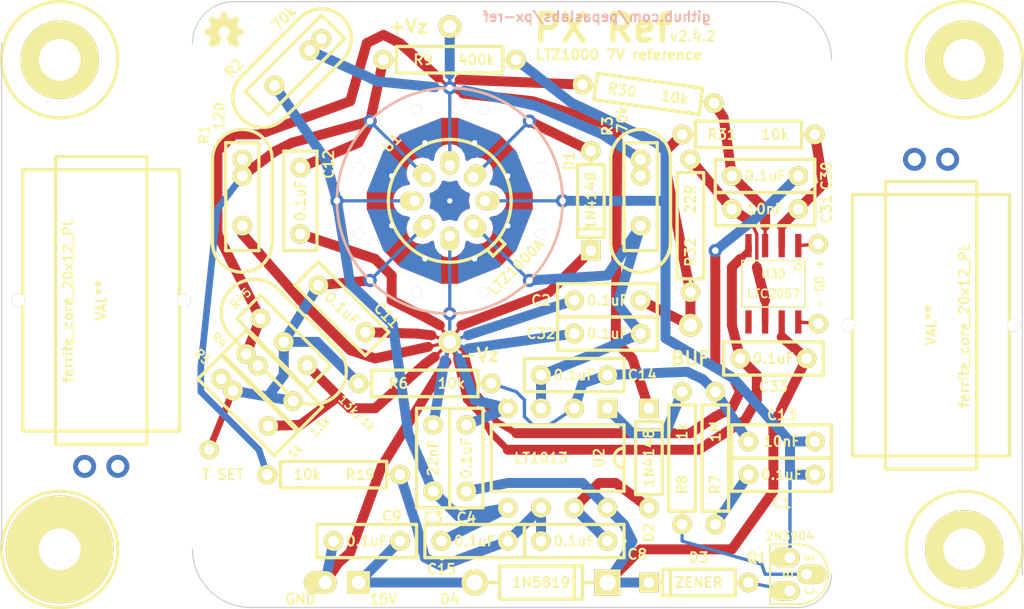
<source format=kicad_pcb>
(kicad_pcb (version 3) (host pcbnew "(22-Jun-2014 BZR 4027)-stable")

  (general
    (links 89)
    (no_connects 2)
    (area 196.186778 65.786 249.202222 115.189)
    (thickness 1.6)
    (drawings 21)
    (tracks 267)
    (zones 0)
    (modules 69)
    (nets 23)
  )

  (page A3)
  (layers
    (15 F.Cu signal)
    (0 B.Cu signal)
    (16 B.Adhes user)
    (17 F.Adhes user)
    (18 B.Paste user)
    (19 F.Paste user)
    (20 B.SilkS user)
    (21 F.SilkS user)
    (22 B.Mask user)
    (23 F.Mask user)
    (24 Dwgs.User user)
    (25 Cmts.User user)
    (26 Eco1.User user)
    (27 Eco2.User user)
    (28 Edge.Cuts user)
  )

  (setup
    (last_trace_width 0.254)
    (user_trace_width 0.508)
    (user_trace_width 0.762)
    (user_trace_width 1.016)
    (user_trace_width 1.27)
    (user_trace_width 1.524)
    (user_trace_width 1.778)
    (user_trace_width 2.032)
    (user_trace_width 2.286)
    (user_trace_width 2.54)
    (trace_clearance 0.254)
    (zone_clearance 0.508)
    (zone_45_only no)
    (trace_min 0.254)
    (segment_width 0.2)
    (edge_width 0.1)
    (via_size 0.889)
    (via_drill 0.635)
    (via_min_size 0.889)
    (via_min_drill 0.508)
    (user_via 1.016 0.508)
    (uvia_size 0.508)
    (uvia_drill 0.127)
    (uvias_allowed no)
    (uvia_min_size 0.508)
    (uvia_min_drill 0.127)
    (pcb_text_width 0.3)
    (pcb_text_size 1.5 1.5)
    (mod_edge_width 0.254)
    (mod_text_size 1 1)
    (mod_text_width 0.15)
    (pad_size 0.8128 0.8128)
    (pad_drill 0.8128)
    (pad_to_mask_clearance 0)
    (aux_axis_origin 0 0)
    (visible_elements FFFFFFBF)
    (pcbplotparams
      (layerselection 284196865)
      (usegerberextensions true)
      (excludeedgelayer true)
      (linewidth 0.150000)
      (plotframeref false)
      (viasonmask false)
      (mode 1)
      (useauxorigin false)
      (hpglpennumber 1)
      (hpglpenspeed 20)
      (hpglpendiameter 15)
      (hpglpenoverlay 2)
      (psnegative false)
      (psa4output false)
      (plotreference true)
      (plotvalue true)
      (plotothertext true)
      (plotinvisibletext false)
      (padsonsilk false)
      (subtractmaskfromsilk false)
      (outputformat 1)
      (mirror false)
      (drillshape 0)
      (scaleselection 1)
      (outputdirectory gerbers))
  )

  (net 0 "")
  (net 1 15V)
  (net 2 CHASSIS)
  (net 3 H+)
  (net 4 N-000001)
  (net 5 N-0000012)
  (net 6 N-0000013)
  (net 7 N-0000014)
  (net 8 N-0000015)
  (net 9 N-0000016)
  (net 10 N-0000017)
  (net 11 N-0000018)
  (net 12 N-0000019)
  (net 13 N-000002)
  (net 14 N-0000020)
  (net 15 N-0000022)
  (net 16 N-0000023)
  (net 17 N-000005)
  (net 18 N-000007)
  (net 19 N-000008)
  (net 20 "Vz+ Buf")
  (net 21 "Vz+ Sense")
  (net 22 "Vz- Sense")

  (net_class Default "This is the default net class."
    (clearance 0.254)
    (trace_width 0.254)
    (via_dia 0.889)
    (via_drill 0.635)
    (uvia_dia 0.508)
    (uvia_drill 0.127)
    (add_net "")
    (add_net 15V)
    (add_net CHASSIS)
    (add_net H+)
    (add_net N-000001)
    (add_net N-0000012)
    (add_net N-0000013)
    (add_net N-0000014)
    (add_net N-0000015)
    (add_net N-0000016)
    (add_net N-0000017)
    (add_net N-0000018)
    (add_net N-0000019)
    (add_net N-000002)
    (add_net N-0000020)
    (add_net N-0000022)
    (add_net N-0000023)
    (add_net N-000005)
    (add_net N-000007)
    (add_net N-000008)
    (add_net "Vz+ Buf")
    (add_net "Vz+ Sense")
    (add_net "Vz- Sense")
  )

  (module TO-92_Q_EBC_059Bo_PL (layer F.Cu) (tedit 5A861319) (tstamp 5A2F2629)
    (at 243.84 109.855 90)
    (descr "TO-92 Transistor, EBC pinout")
    (tags DEV)
    (path /59AF91C4)
    (fp_text reference Q1 (at 0 -2.54 180) (layer F.SilkS)
      (effects (font (size 0.762 0.762) (thickness 0.1524)))
    )
    (fp_text value 2N3904 (at 1.651 0 180) (layer F.SilkS)
      (effects (font (size 0.635 0.635) (thickness 0.127)))
    )
    (fp_line (start 1.016 0.635) (end 1.016 -1.524) (layer F.SilkS) (width 0.15))
    (fp_line (start 1.016 -1.524) (end -3.556 -1.524) (layer F.SilkS) (width 0.15))
    (fp_line (start -3.556 -1.524) (end -3.556 0.635) (layer F.SilkS) (width 0.15))
    (fp_arc (start -1.27 0.635) (end -1.27 2.921) (angle 90) (layer F.SilkS) (width 0.15))
    (fp_arc (start -1.27 0.635) (end 1.016 0.635) (angle 90) (layer F.SilkS) (width 0.15))
    (fp_text user E (at 0 1.524 90) (layer F.SilkS)
      (effects (font (size 0.635 0.635) (thickness 0.127)))
    )
    (fp_text user B (at -1.27 -0.127 90) (layer F.SilkS)
      (effects (font (size 0.635 0.635) (thickness 0.127)))
    )
    (fp_text user C (at -2.54 1.524 90) (layer F.SilkS)
      (effects (font (size 0.635 0.635) (thickness 0.127)))
    )
    (pad 1 thru_hole oval (at 0 0 90) (size 1.4986 2.2479) (drill 0.8128 (offset 0 -0.37465))
      (layers *.Cu *.Mask F.SilkS)
      (net 3 H+)
    )
    (pad 2 thru_hole oval (at -1.27 1.27 90) (size 1.4986 2.2479) (drill 0.8128 (offset 0 0.37465))
      (layers *.Cu *.Mask F.SilkS)
      (net 12 N-0000019)
    )
    (pad 3 thru_hole oval (at -2.54 0 90) (size 1.4986 2.2479) (drill 0.8128 (offset 0 -0.37465))
      (layers *.Cu *.Mask F.SilkS)
      (net 11 N-0000018)
    )
    (model to-xxx-packages/to92.wrl
      (at (xyz 0 0 0))
      (scale (xyz 1 1 1))
      (rotate (xyz 0 0 0))
    )
  )

  (module R_AXIAL_0W25_059A_PL (layer F.Cu) (tedit 5A777B98) (tstamp 5A2F2686)
    (at 235.585 97.155 270)
    (descr "Resistor Axial 1/4W 0.4\"")
    (tags R)
    (path /59AF91E7)
    (autoplace_cost180 10)
    (fp_text reference R8 (at 7.112 0 270) (layer F.SilkS)
      (effects (font (size 0.762 0.762) (thickness 0.1524)))
    )
    (fp_text value 1k (at 3.048 0 270) (layer F.SilkS)
      (effects (font (size 0.762 0.762) (thickness 0.1524)))
    )
    (fp_line (start 0 0) (end 1.016 0) (layer F.SilkS) (width 0.254))
    (fp_line (start 1.016 0) (end 1.016 -1.016) (layer F.SilkS) (width 0.254))
    (fp_line (start 1.016 -1.016) (end 9.144 -1.016) (layer F.SilkS) (width 0.254))
    (fp_line (start 9.144 -1.016) (end 9.144 1.016) (layer F.SilkS) (width 0.254))
    (fp_line (start 9.144 1.016) (end 1.016 1.016) (layer F.SilkS) (width 0.254))
    (fp_line (start 1.016 1.016) (end 1.016 0) (layer F.SilkS) (width 0.254))
    (fp_line (start 10.16 0) (end 9.144 0) (layer F.SilkS) (width 0.254))
    (pad 1 thru_hole oval (at 0 0 270) (size 1.4986 1.4986) (drill 0.8128)
      (layers *.Cu *.Mask F.SilkS)
      (net 10 N-0000017)
    )
    (pad 2 thru_hole oval (at 10.16 0 270) (size 1.4986 1.4986) (drill 0.8128)
      (layers *.Cu *.Mask F.SilkS)
      (net 12 N-0000019)
    )
    (model discret/resistor.wrl
      (at (xyz 0 0 0))
      (scale (xyz 0.4 0.4 0.4))
      (rotate (xyz 0 0 0))
    )
  )

  (module R_AXIAL_0W25_059A_PL (layer F.Cu) (tedit 53A245D9) (tstamp 5A2F2693)
    (at 238.125 107.315 90)
    (descr "Resistor Axial 1/4W 0.4\"")
    (tags R)
    (path /59AF91FE)
    (autoplace_cost180 10)
    (fp_text reference R7 (at 3.048 0 90) (layer F.SilkS)
      (effects (font (size 0.762 0.762) (thickness 0.1524)))
    )
    (fp_text value 1M (at 7.112 0 90) (layer F.SilkS)
      (effects (font (size 0.762 0.762) (thickness 0.1524)))
    )
    (fp_line (start 0 0) (end 1.016 0) (layer F.SilkS) (width 0.254))
    (fp_line (start 1.016 0) (end 1.016 -1.016) (layer F.SilkS) (width 0.254))
    (fp_line (start 1.016 -1.016) (end 9.144 -1.016) (layer F.SilkS) (width 0.254))
    (fp_line (start 9.144 -1.016) (end 9.144 1.016) (layer F.SilkS) (width 0.254))
    (fp_line (start 9.144 1.016) (end 1.016 1.016) (layer F.SilkS) (width 0.254))
    (fp_line (start 1.016 1.016) (end 1.016 0) (layer F.SilkS) (width 0.254))
    (fp_line (start 10.16 0) (end 9.144 0) (layer F.SilkS) (width 0.254))
    (pad 1 thru_hole oval (at 0 0 90) (size 1.4986 1.4986) (drill 0.8128)
      (layers *.Cu *.Mask F.SilkS)
      (net 9 N-0000016)
    )
    (pad 2 thru_hole oval (at 10.16 0 90) (size 1.4986 1.4986) (drill 0.8128)
      (layers *.Cu *.Mask F.SilkS)
      (net 14 N-0000020)
    )
    (model discret/resistor.wrl
      (at (xyz 0 0 0))
      (scale (xyz 0.4 0.4 0.4))
      (rotate (xyz 0 0 0))
    )
  )

  (module R_AXIAL_0W25_059A_PL (layer F.Cu) (tedit 53A245D9) (tstamp 5A2F26A0)
    (at 210.82 96.52)
    (descr "Resistor Axial 1/4W 0.4\"")
    (tags R)
    (path /59AF9213)
    (autoplace_cost180 10)
    (fp_text reference R6 (at 3.048 0) (layer F.SilkS)
      (effects (font (size 0.762 0.762) (thickness 0.1524)))
    )
    (fp_text value 10k (at 7.112 0) (layer F.SilkS)
      (effects (font (size 0.762 0.762) (thickness 0.1524)))
    )
    (fp_line (start 0 0) (end 1.016 0) (layer F.SilkS) (width 0.254))
    (fp_line (start 1.016 0) (end 1.016 -1.016) (layer F.SilkS) (width 0.254))
    (fp_line (start 1.016 -1.016) (end 9.144 -1.016) (layer F.SilkS) (width 0.254))
    (fp_line (start 9.144 -1.016) (end 9.144 1.016) (layer F.SilkS) (width 0.254))
    (fp_line (start 9.144 1.016) (end 1.016 1.016) (layer F.SilkS) (width 0.254))
    (fp_line (start 1.016 1.016) (end 1.016 0) (layer F.SilkS) (width 0.254))
    (fp_line (start 10.16 0) (end 9.144 0) (layer F.SilkS) (width 0.254))
    (pad 1 thru_hole oval (at 0 0) (size 1.4986 1.4986) (drill 0.8128)
      (layers *.Cu *.Mask F.SilkS)
      (net 19 N-000008)
    )
    (pad 2 thru_hole oval (at 10.16 0) (size 1.4986 1.4986) (drill 0.8128)
      (layers *.Cu *.Mask F.SilkS)
      (net 14 N-0000020)
    )
    (model discret/resistor.wrl
      (at (xyz 0 0 0))
      (scale (xyz 0.4 0.4 0.4))
      (rotate (xyz 0 0 0))
    )
  )

  (module R_AXIAL_0W25_059A_PL (layer F.Cu) (tedit 53A245D9) (tstamp 5A2F26AD)
    (at 212.725 71.755)
    (descr "Resistor Axial 1/4W 0.4\"")
    (tags R)
    (path /59B4D6F1)
    (autoplace_cost180 10)
    (fp_text reference R9 (at 3.048 0) (layer F.SilkS)
      (effects (font (size 0.762 0.762) (thickness 0.1524)))
    )
    (fp_text value 400k (at 7.112 0) (layer F.SilkS)
      (effects (font (size 0.762 0.762) (thickness 0.1524)))
    )
    (fp_line (start 0 0) (end 1.016 0) (layer F.SilkS) (width 0.254))
    (fp_line (start 1.016 0) (end 1.016 -1.016) (layer F.SilkS) (width 0.254))
    (fp_line (start 1.016 -1.016) (end 9.144 -1.016) (layer F.SilkS) (width 0.254))
    (fp_line (start 9.144 -1.016) (end 9.144 1.016) (layer F.SilkS) (width 0.254))
    (fp_line (start 9.144 1.016) (end 1.016 1.016) (layer F.SilkS) (width 0.254))
    (fp_line (start 1.016 1.016) (end 1.016 0) (layer F.SilkS) (width 0.254))
    (fp_line (start 10.16 0) (end 9.144 0) (layer F.SilkS) (width 0.254))
    (pad 1 thru_hole oval (at 0 0) (size 1.4986 1.4986) (drill 0.8128)
      (layers *.Cu *.Mask F.SilkS)
      (net 15 N-0000022)
    )
    (pad 2 thru_hole oval (at 10.16 0) (size 1.4986 1.4986) (drill 0.8128)
      (layers *.Cu *.Mask F.SilkS)
      (net 3 H+)
    )
    (model discret/resistor.wrl
      (at (xyz 0 0 0))
      (scale (xyz 0.4 0.4 0.4))
      (rotate (xyz 0 0 0))
    )
  )

  (module R_AXIAL_0W25_059A_PL (layer F.Cu) (tedit 53A245D9) (tstamp 5A8738A3)
    (at 213.995 103.505 180)
    (descr "Resistor Axial 1/4W 0.4\"")
    (tags R)
    (path /5A2E9981)
    (autoplace_cost180 10)
    (fp_text reference R19 (at 3.048 0 180) (layer F.SilkS)
      (effects (font (size 0.762 0.762) (thickness 0.1524)))
    )
    (fp_text value 10k (at 7.112 0 180) (layer F.SilkS)
      (effects (font (size 0.762 0.762) (thickness 0.1524)))
    )
    (fp_line (start 0 0) (end 1.016 0) (layer F.SilkS) (width 0.254))
    (fp_line (start 1.016 0) (end 1.016 -1.016) (layer F.SilkS) (width 0.254))
    (fp_line (start 1.016 -1.016) (end 9.144 -1.016) (layer F.SilkS) (width 0.254))
    (fp_line (start 9.144 -1.016) (end 9.144 1.016) (layer F.SilkS) (width 0.254))
    (fp_line (start 9.144 1.016) (end 1.016 1.016) (layer F.SilkS) (width 0.254))
    (fp_line (start 1.016 1.016) (end 1.016 0) (layer F.SilkS) (width 0.254))
    (fp_line (start 10.16 0) (end 9.144 0) (layer F.SilkS) (width 0.254))
    (pad 1 thru_hole oval (at 0 0 180) (size 1.4986 1.4986) (drill 0.8128)
      (layers *.Cu *.Mask F.SilkS)
      (net 4 N-000001)
    )
    (pad 2 thru_hole oval (at 10.16 0 180) (size 1.4986 1.4986) (drill 0.8128)
      (layers *.Cu *.Mask F.SilkS)
      (net 15 N-0000022)
    )
    (model discret/resistor.wrl
      (at (xyz 0 0 0))
      (scale (xyz 0.4 0.4 0.4))
      (rotate (xyz 0 0 0))
    )
  )

  (module DIP8_059A_PL (layer F.Cu) (tedit 53A23991) (tstamp 5A2F2FCF)
    (at 229.87 98.425 180)
    (descr "8-lead DIP package")
    (tags DIP)
    (path /59AF9182)
    (fp_text reference U2 (at 0.635 -3.81 270) (layer F.SilkS)
      (effects (font (size 0.762 0.762) (thickness 0.1524)))
    )
    (fp_text value LT1013 (at 5.08 -3.81 180) (layer F.SilkS)
      (effects (font (size 0.762 0.762) (thickness 0.1524)))
    )
    (fp_arc (start -1.27 -3.81) (end -1.27 -4.572) (angle 90) (layer F.SilkS) (width 0.254))
    (fp_arc (start -1.27 -3.81) (end -0.508 -3.81) (angle 90) (layer F.SilkS) (width 0.254))
    (fp_line (start -1.27 -6.35) (end 8.89 -6.35) (layer F.SilkS) (width 0.254))
    (fp_line (start 8.89 -6.35) (end 8.89 -1.27) (layer F.SilkS) (width 0.254))
    (fp_line (start 8.89 -1.27) (end -1.27 -1.27) (layer F.SilkS) (width 0.254))
    (fp_line (start -1.27 -1.27) (end -1.27 -6.35) (layer F.SilkS) (width 0.254))
    (pad 1 thru_hole rect (at 0 0 180) (size 1.4986 1.4986) (drill 0.8128)
      (layers *.Cu *.Mask F.SilkS)
      (net 10 N-0000017)
    )
    (pad 2 thru_hole oval (at 2.54 0 180) (size 1.4986 1.4986) (drill 0.8128)
      (layers *.Cu *.Mask F.SilkS)
      (net 14 N-0000020)
    )
    (pad 3 thru_hole oval (at 5.08 0 180) (size 1.4986 1.4986) (drill 0.8128)
      (layers *.Cu *.Mask F.SilkS)
      (net 16 N-0000023)
    )
    (pad 4 thru_hole oval (at 7.62 0 180) (size 1.4986 1.4986) (drill 0.8128)
      (layers *.Cu *.Mask F.SilkS)
      (net 22 "Vz- Sense")
    )
    (pad 5 thru_hole oval (at 7.62 -7.62 180) (size 1.4986 1.4986) (drill 0.8128)
      (layers *.Cu *.Mask F.SilkS)
      (net 7 N-0000014)
    )
    (pad 6 thru_hole oval (at 5.08 -7.62 180) (size 1.4986 1.4986) (drill 0.8128)
      (layers *.Cu *.Mask F.SilkS)
      (net 4 N-000001)
    )
    (pad 8 thru_hole oval (at 0 -7.62 180) (size 1.4986 1.4986) (drill 0.8128)
      (layers *.Cu *.Mask F.SilkS)
      (net 1 15V)
    )
    (pad 7 thru_hole oval (at 2.54 -7.62 180) (size 1.4986 1.4986) (drill 0.8128)
      (layers *.Cu *.Mask F.SilkS)
      (net 8 N-0000015)
    )
    (model dil/dil_8.wrl
      (at (xyz 0 0 0))
      (scale (xyz 1 1 1))
      (rotate (xyz 0 0 0))
    )
  )

  (module 1pin_040_069 (layer F.Cu) (tedit 5AE610EA) (tstamp 5A2F39DA)
    (at 210.82 111.76)
    (descr "1 pin, 0.040\" drill, 0.069\" round pad")
    (path /59B592AE)
    (fp_text reference P1 (at 0 -2.54) (layer F.SilkS) hide
      (effects (font (size 1.016 1.016) (thickness 0.254)))
    )
    (fp_text value CONN_1X1 (at 0 2.54) (layer F.SilkS) hide
      (effects (font (size 1.016 1.016) (thickness 0.254)))
    )
    (pad 1 thru_hole rect (at 0 0) (size 1.7526 1.7526) (drill 1.016)
      (layers *.Cu *.Mask F.SilkS)
      (net 18 N-000007)
    )
  )

  (module 1pin_040_069 (layer F.Cu) (tedit 5AE610DA) (tstamp 5A2F39DF)
    (at 208.28 111.76)
    (descr "1 pin, 0.040\" drill, 0.069\" round pad")
    (path /59B592C7)
    (fp_text reference P4 (at 0 -2.54) (layer F.SilkS) hide
      (effects (font (size 1.016 1.016) (thickness 0.254)))
    )
    (fp_text value CONN_1X1 (at 0 2.54) (layer F.SilkS) hide
      (effects (font (size 1.016 1.016) (thickness 0.254)))
    )
    (pad 1 thru_hole oval (at 0 0) (size 2.5146 1.7526) (drill 1.016 (offset -0.381 0))
      (layers *.Cu *.Mask F.SilkS)
      (net 22 "Vz- Sense")
    )
  )

  (module hole_M3 (layer F.Cu) (tedit 5929070A) (tstamp 5A312CA3)
    (at 257.175 71.755)
    (descr "M3 mounting hole")
    (path 1pin)
    (fp_text reference H*** (at 0 -3.048) (layer F.SilkS) hide
      (effects (font (size 1.016 1.016) (thickness 0.254)))
    )
    (fp_text value Val** (at 0 2.794) (layer F.SilkS) hide
      (effects (font (size 1.016 1.016) (thickness 0.254)))
    )
    (fp_circle (center 0 0) (end 4.445 0) (layer F.SilkS) (width 0.254))
    (pad 1 thru_hole circle (at 0 0) (size 6 6) (drill 3.2)
      (layers *.Cu *.Mask F.SilkS)
    )
  )

  (module BOXCAP_01_03_02_059A (layer F.Cu) (tedit 5A45E7A7) (tstamp 5A456C18)
    (at 243.205 103.505)
    (descr "Film Capacitor, 0.2\" pin spacing")
    (tags C)
    (path /59B58E77)
    (fp_text reference C1 (at 0 2.159) (layer F.SilkS)
      (effects (font (size 0.762 0.762) (thickness 0.1524)))
    )
    (fp_text value 0.1uF (at 0 0) (layer F.SilkS)
      (effects (font (size 0.762 0.762) (thickness 0.1524)))
    )
    (fp_line (start 3.81 -1.27) (end 3.81 1.27) (layer F.SilkS) (width 0.254))
    (fp_line (start -3.81 -1.27) (end -3.81 1.27) (layer F.SilkS) (width 0.254))
    (fp_line (start 3.81 1.27) (end -3.81 1.27) (layer F.SilkS) (width 0.254))
    (fp_line (start -3.81 -1.27) (end 3.81 -1.27) (layer F.SilkS) (width 0.254))
    (pad 1 thru_hole circle (at -2.54 0) (size 1.4986 1.4986) (drill 0.8128)
      (layers *.Cu *.Mask F.SilkS)
      (net 9 N-0000016)
    )
    (pad 2 thru_hole circle (at 2.54 0) (size 1.4986 1.4986) (drill 0.8128)
      (layers *.Cu *.Mask F.SilkS)
      (net 3 H+)
    )
    (model discret/capa_2pas_5x5mm.wrl
      (at (xyz 0 0 0))
      (scale (xyz 1 1 1))
      (rotate (xyz 0 0 0))
    )
  )

  (module BOXCAP_01_03_02_059A (layer F.Cu) (tedit 5AE60766) (tstamp 5A440AD1)
    (at 229.87 92.71 180)
    (descr "Film Capacitor, 0.2\" pin spacing")
    (tags C)
    (path /5A2E955E)
    (fp_text reference C2 (at 5.08 2.54 180) (layer F.SilkS)
      (effects (font (size 0.762 0.762) (thickness 0.1524)))
    )
    (fp_text value 0.1uF (at 0 0 180) (layer F.SilkS)
      (effects (font (size 0.762 0.762) (thickness 0.1524)))
    )
    (fp_line (start 3.81 -1.27) (end 3.81 1.27) (layer F.SilkS) (width 0.254))
    (fp_line (start -3.81 -1.27) (end -3.81 1.27) (layer F.SilkS) (width 0.254))
    (fp_line (start 3.81 1.27) (end -3.81 1.27) (layer F.SilkS) (width 0.254))
    (fp_line (start -3.81 -1.27) (end 3.81 -1.27) (layer F.SilkS) (width 0.254))
    (pad 1 thru_hole circle (at -2.54 0 180) (size 1.4986 1.4986) (drill 0.8128)
      (layers *.Cu *.Mask F.SilkS)
      (net 16 N-0000023)
    )
    (pad 2 thru_hole circle (at 2.54 0 180) (size 1.4986 1.4986) (drill 0.8128)
      (layers *.Cu *.Mask F.SilkS)
      (net 22 "Vz- Sense")
    )
    (model discret/capa_2pas_5x5mm.wrl
      (at (xyz 0 0 0))
      (scale (xyz 1 1 1))
      (rotate (xyz 0 0 0))
    )
  )

  (module BOXCAP_01_03_02_059A (layer F.Cu) (tedit 5A45E790) (tstamp 5A440B0E)
    (at 216.535 102.235 90)
    (descr "Film Capacitor, 0.2\" pin spacing")
    (tags C)
    (path /5A2E9577)
    (fp_text reference C3 (at -4.572 0 180) (layer F.SilkS)
      (effects (font (size 0.762 0.762) (thickness 0.1524)))
    )
    (fp_text value 22nF (at 0 0 90) (layer F.SilkS)
      (effects (font (size 0.762 0.762) (thickness 0.1524)))
    )
    (fp_line (start 3.81 -1.27) (end 3.81 1.27) (layer F.SilkS) (width 0.254))
    (fp_line (start -3.81 -1.27) (end -3.81 1.27) (layer F.SilkS) (width 0.254))
    (fp_line (start 3.81 1.27) (end -3.81 1.27) (layer F.SilkS) (width 0.254))
    (fp_line (start -3.81 -1.27) (end 3.81 -1.27) (layer F.SilkS) (width 0.254))
    (pad 1 thru_hole circle (at -2.54 0 90) (size 1.4986 1.4986) (drill 0.8128)
      (layers *.Cu *.Mask F.SilkS)
      (net 7 N-0000014)
    )
    (pad 2 thru_hole circle (at 2.54 0 90) (size 1.4986 1.4986) (drill 0.8128)
      (layers *.Cu *.Mask F.SilkS)
      (net 22 "Vz- Sense")
    )
    (model discret/capa_2pas_5x5mm.wrl
      (at (xyz 0 0 0))
      (scale (xyz 1 1 1))
      (rotate (xyz 0 0 0))
    )
  )

  (module BOXCAP_01_03_02_059A (layer F.Cu) (tedit 5A45E786) (tstamp 5A440B44)
    (at 219.075 102.235 90)
    (descr "Film Capacitor, 0.2\" pin spacing")
    (tags C)
    (path /59B58EFF)
    (fp_text reference C4 (at -4.572 0 180) (layer F.SilkS)
      (effects (font (size 0.762 0.762) (thickness 0.1524)))
    )
    (fp_text value 0.1uF (at 0 0 90) (layer F.SilkS)
      (effects (font (size 0.762 0.762) (thickness 0.1524)))
    )
    (fp_line (start 3.81 -1.27) (end 3.81 1.27) (layer F.SilkS) (width 0.254))
    (fp_line (start -3.81 -1.27) (end -3.81 1.27) (layer F.SilkS) (width 0.254))
    (fp_line (start 3.81 1.27) (end -3.81 1.27) (layer F.SilkS) (width 0.254))
    (fp_line (start -3.81 -1.27) (end 3.81 -1.27) (layer F.SilkS) (width 0.254))
    (pad 1 thru_hole circle (at -2.54 0 90) (size 1.4986 1.4986) (drill 0.8128)
      (layers *.Cu *.Mask F.SilkS)
      (net 1 15V)
    )
    (pad 2 thru_hole circle (at 2.54 0 90) (size 1.4986 1.4986) (drill 0.8128)
      (layers *.Cu *.Mask F.SilkS)
      (net 22 "Vz- Sense")
    )
    (model discret/capa_2pas_5x5mm.wrl
      (at (xyz 0 0 0))
      (scale (xyz 1 1 1))
      (rotate (xyz 0 0 0))
    )
  )

  (module BOXCAP_01_03_02_059A (layer F.Cu) (tedit 5A45E7F4) (tstamp 5A440E99)
    (at 227.33 108.585)
    (descr "Film Capacitor, 0.2\" pin spacing")
    (tags C)
    (path /5A2E9A74)
    (fp_text reference C8 (at 4.826 1.016) (layer F.SilkS)
      (effects (font (size 0.762 0.762) (thickness 0.1524)))
    )
    (fp_text value 0.1uF (at 0 0) (layer F.SilkS)
      (effects (font (size 0.762 0.762) (thickness 0.1524)))
    )
    (fp_line (start 3.81 -1.27) (end 3.81 1.27) (layer F.SilkS) (width 0.254))
    (fp_line (start -3.81 -1.27) (end -3.81 1.27) (layer F.SilkS) (width 0.254))
    (fp_line (start 3.81 1.27) (end -3.81 1.27) (layer F.SilkS) (width 0.254))
    (fp_line (start -3.81 -1.27) (end 3.81 -1.27) (layer F.SilkS) (width 0.254))
    (pad 1 thru_hole circle (at -2.54 0) (size 1.4986 1.4986) (drill 0.8128)
      (layers *.Cu *.Mask F.SilkS)
      (net 4 N-000001)
    )
    (pad 2 thru_hole circle (at 2.54 0) (size 1.4986 1.4986) (drill 0.8128)
      (layers *.Cu *.Mask F.SilkS)
      (net 8 N-0000015)
    )
    (model discret/capa_2pas_5x5mm.wrl
      (at (xyz 0 0 0))
      (scale (xyz 1 1 1))
      (rotate (xyz 0 0 0))
    )
  )

  (module BOXCAP_01_03_02_059A (layer F.Cu) (tedit 5A45E82C) (tstamp 5A4708DC)
    (at 209.55 90.805 315)
    (descr "Film Capacitor, 0.2\" pin spacing")
    (tags C)
    (path /5A2E983B)
    (fp_text reference C11 (at 2.783879 -2.065459 315) (layer F.SilkS)
      (effects (font (size 0.762 0.762) (thickness 0.1524)))
    )
    (fp_text value 0.1uF (at 0 0 315) (layer F.SilkS)
      (effects (font (size 0.762 0.762) (thickness 0.1524)))
    )
    (fp_line (start 3.81 -1.27) (end 3.81 1.27) (layer F.SilkS) (width 0.254))
    (fp_line (start -3.81 -1.27) (end -3.81 1.27) (layer F.SilkS) (width 0.254))
    (fp_line (start 3.81 1.27) (end -3.81 1.27) (layer F.SilkS) (width 0.254))
    (fp_line (start -3.81 -1.27) (end 3.81 -1.27) (layer F.SilkS) (width 0.254))
    (pad 1 thru_hole circle (at -2.54 0 315) (size 1.4986 1.4986) (drill 0.8128)
      (layers *.Cu *.Mask F.SilkS)
      (net 19 N-000008)
    )
    (pad 2 thru_hole circle (at 2.54 0 315) (size 1.4986 1.4986) (drill 0.8128)
      (layers *.Cu *.Mask F.SilkS)
      (net 22 "Vz- Sense")
    )
    (model discret/capa_2pas_5x5mm.wrl
      (at (xyz 0 0 0))
      (scale (xyz 1 1 1))
      (rotate (xyz 0 0 0))
    )
  )

  (module BOXCAP_01_03_02_059A (layer F.Cu) (tedit 5A45E824) (tstamp 5A44101E)
    (at 206.375 82.55 270)
    (descr "Film Capacitor, 0.2\" pin spacing")
    (tags C)
    (path /5A2E956D)
    (fp_text reference C12 (at -2.794 -2.159 270) (layer F.SilkS)
      (effects (font (size 0.762 0.762) (thickness 0.1524)))
    )
    (fp_text value 0.1uF (at 0 0 270) (layer F.SilkS)
      (effects (font (size 0.762 0.762) (thickness 0.1524)))
    )
    (fp_line (start 3.81 -1.27) (end 3.81 1.27) (layer F.SilkS) (width 0.254))
    (fp_line (start -3.81 -1.27) (end -3.81 1.27) (layer F.SilkS) (width 0.254))
    (fp_line (start 3.81 1.27) (end -3.81 1.27) (layer F.SilkS) (width 0.254))
    (fp_line (start -3.81 -1.27) (end 3.81 -1.27) (layer F.SilkS) (width 0.254))
    (pad 1 thru_hole circle (at -2.54 0 270) (size 1.4986 1.4986) (drill 0.8128)
      (layers *.Cu *.Mask F.SilkS)
      (net 15 N-0000022)
    )
    (pad 2 thru_hole circle (at 2.54 0 270) (size 1.4986 1.4986) (drill 0.8128)
      (layers *.Cu *.Mask F.SilkS)
      (net 22 "Vz- Sense")
    )
    (model discret/capa_2pas_5x5mm.wrl
      (at (xyz 0 0 0))
      (scale (xyz 1 1 1))
      (rotate (xyz 0 0 0))
    )
  )

  (module BOXCAP_01_03_02_059A (layer F.Cu) (tedit 5A45E7AC) (tstamp 5A456C0D)
    (at 243.205 100.965 180)
    (descr "Film Capacitor, 0.2\" pin spacing")
    (tags C)
    (path /5A2E9CE0)
    (fp_text reference C13 (at 0 2.032 180) (layer F.SilkS)
      (effects (font (size 0.762 0.762) (thickness 0.1524)))
    )
    (fp_text value 10nF (at 0 0 180) (layer F.SilkS)
      (effects (font (size 0.762 0.762) (thickness 0.1524)))
    )
    (fp_line (start 3.81 -1.27) (end 3.81 1.27) (layer F.SilkS) (width 0.254))
    (fp_line (start -3.81 -1.27) (end -3.81 1.27) (layer F.SilkS) (width 0.254))
    (fp_line (start 3.81 1.27) (end -3.81 1.27) (layer F.SilkS) (width 0.254))
    (fp_line (start -3.81 -1.27) (end 3.81 -1.27) (layer F.SilkS) (width 0.254))
    (pad 1 thru_hole circle (at -2.54 0 180) (size 1.4986 1.4986) (drill 0.8128)
      (layers *.Cu *.Mask F.SilkS)
      (net 3 H+)
    )
    (pad 2 thru_hole circle (at 2.54 0 180) (size 1.4986 1.4986) (drill 0.8128)
      (layers *.Cu *.Mask F.SilkS)
      (net 14 N-0000020)
    )
    (model discret/capa_2pas_5x5mm.wrl
      (at (xyz 0 0 0))
      (scale (xyz 1 1 1))
      (rotate (xyz 0 0 0))
    )
  )

  (module BOXCAP_01_03_02_059A (layer F.Cu) (tedit 5A45E7BE) (tstamp 5A441096)
    (at 227.33 95.885 180)
    (descr "Film Capacitor, 0.2\" pin spacing")
    (tags C)
    (path /5A2E9DC5)
    (fp_text reference C14 (at -5.207 0 180) (layer F.SilkS)
      (effects (font (size 0.762 0.762) (thickness 0.1524)))
    )
    (fp_text value 0.1uF (at 0 0 180) (layer F.SilkS)
      (effects (font (size 0.762 0.762) (thickness 0.1524)))
    )
    (fp_line (start 3.81 -1.27) (end 3.81 1.27) (layer F.SilkS) (width 0.254))
    (fp_line (start -3.81 -1.27) (end -3.81 1.27) (layer F.SilkS) (width 0.254))
    (fp_line (start 3.81 1.27) (end -3.81 1.27) (layer F.SilkS) (width 0.254))
    (fp_line (start -3.81 -1.27) (end 3.81 -1.27) (layer F.SilkS) (width 0.254))
    (pad 1 thru_hole circle (at -2.54 0 180) (size 1.4986 1.4986) (drill 0.8128)
      (layers *.Cu *.Mask F.SilkS)
      (net 14 N-0000020)
    )
    (pad 2 thru_hole circle (at 2.54 0 180) (size 1.4986 1.4986) (drill 0.8128)
      (layers *.Cu *.Mask F.SilkS)
      (net 16 N-0000023)
    )
    (model discret/capa_2pas_5x5mm.wrl
      (at (xyz 0 0 0))
      (scale (xyz 1 1 1))
      (rotate (xyz 0 0 0))
    )
  )

  (module BOXCAP_01_03_02_059A (layer F.Cu) (tedit 5A671D05) (tstamp 5A441655)
    (at 219.71 108.585 180)
    (descr "Film Capacitor, 0.2\" pin spacing")
    (tags C)
    (path /5A441649)
    (fp_text reference C15 (at 2.54 -2.159 180) (layer F.SilkS)
      (effects (font (size 0.762 0.762) (thickness 0.1524)))
    )
    (fp_text value 0.1uF (at 0 0 180) (layer F.SilkS)
      (effects (font (size 0.762 0.762) (thickness 0.1524)))
    )
    (fp_line (start 3.81 -1.27) (end 3.81 1.27) (layer F.SilkS) (width 0.254))
    (fp_line (start -3.81 -1.27) (end -3.81 1.27) (layer F.SilkS) (width 0.254))
    (fp_line (start 3.81 1.27) (end -3.81 1.27) (layer F.SilkS) (width 0.254))
    (fp_line (start -3.81 -1.27) (end 3.81 -1.27) (layer F.SilkS) (width 0.254))
    (pad 1 thru_hole circle (at -2.54 0 180) (size 1.4986 1.4986) (drill 0.8128)
      (layers *.Cu *.Mask F.SilkS)
      (net 4 N-000001)
    )
    (pad 2 thru_hole circle (at 2.54 0 180) (size 1.4986 1.4986) (drill 0.8128)
      (layers *.Cu *.Mask F.SilkS)
      (net 7 N-0000014)
    )
    (model discret/capa_2pas_5x5mm.wrl
      (at (xyz 0 0 0))
      (scale (xyz 1 1 1))
      (rotate (xyz 0 0 0))
    )
  )

  (module 1pin_040_069 (layer F.Cu) (tedit 53325090) (tstamp 5A441741)
    (at 217.805 93.345)
    (descr "1 pin, 0.040\" drill, 0.069\" round pad")
    (path /5A4418D5)
    (fp_text reference P5 (at 0 -2.54) (layer F.SilkS) hide
      (effects (font (size 1.016 1.016) (thickness 0.254)))
    )
    (fp_text value CONN_1X1 (at 0 2.54) (layer F.SilkS) hide
      (effects (font (size 1.016 1.016) (thickness 0.254)))
    )
    (pad 1 thru_hole oval (at 0 0) (size 1.7526 1.7526) (drill 1.016)
      (layers *.Cu *.Mask F.SilkS)
      (net 22 "Vz- Sense")
    )
  )

  (module DIODE_1A_069A_PL (layer F.Cu) (tedit 5AE60D47) (tstamp 5A4520F5)
    (at 224.79 111.76)
    (descr "1 Amp diode, 0.4\"")
    (tags "DIODE DEV")
    (path /5A2E3CB9)
    (fp_text reference D4 (at -6.985 1.27) (layer F.SilkS)
      (effects (font (size 0.762 0.762) (thickness 0.1524)))
    )
    (fp_text value 1N5819 (at 0 0) (layer F.SilkS)
      (effects (font (size 0.762 0.762) (thickness 0.1524)))
    )
    (fp_line (start -5.08 0) (end -3.175 0) (layer F.SilkS) (width 0.254))
    (fp_line (start 3.175 0) (end 5.08 0) (layer F.SilkS) (width 0.254))
    (fp_line (start 2.54 -1.27) (end 2.54 1.27) (layer F.SilkS) (width 0.254))
    (fp_line (start -3.175 1.27) (end 3.175 1.27) (layer F.SilkS) (width 0.254))
    (fp_line (start -3.175 -1.27) (end -3.175 1.27) (layer F.SilkS) (width 0.254))
    (fp_line (start 3.175 -1.27) (end 3.175 1.27) (layer F.SilkS) (width 0.254))
    (fp_line (start -3.175 -1.27) (end 3.175 -1.27) (layer F.SilkS) (width 0.254))
    (pad 2 thru_hole rect (at 5.08 0) (size 2.0066 2.0066) (drill 1.2192)
      (layers *.Cu *.Mask F.SilkS)
      (net 1 15V)
    )
    (pad 1 thru_hole circle (at -5.08 0) (size 2.0066 2.0066) (drill 1.2192)
      (layers *.Cu *.Mask F.SilkS)
      (net 18 N-000007)
    )
    (model discret/diode.wrl
      (at (xyz 0 0 0))
      (scale (xyz 0.3 0.3 0.3))
      (rotate (xyz 0 0 0))
    )
  )

  (module DIODE_SS_059A_PL (layer F.Cu) (tedit 5A45E6C4) (tstamp 5A452112)
    (at 233.045 102.235 90)
    (descr "Small-signal diode, 0.3\"")
    (tags "DIODE DEV")
    (path /59AF91B7)
    (fp_text reference D2 (at -5.715 0 90) (layer F.SilkS)
      (effects (font (size 0.762 0.762) (thickness 0.1524)))
    )
    (fp_text value 1N4148 (at 0 0 90) (layer F.SilkS)
      (effects (font (size 0.762 0.762) (thickness 0.1524)))
    )
    (fp_line (start -2.794 0) (end -3.81 0) (layer F.SilkS) (width 0.254))
    (fp_line (start 2.794 0) (end 3.81 0) (layer F.SilkS) (width 0.254))
    (fp_line (start -2.794 1.016) (end 2.794 1.016) (layer F.SilkS) (width 0.254))
    (fp_line (start 2.794 -1.016) (end -2.794 -1.016) (layer F.SilkS) (width 0.254))
    (fp_line (start 2.159 -1.016) (end 2.159 1.016) (layer F.SilkS) (width 0.254))
    (fp_line (start 2.794 0) (end 2.794 -1.016) (layer F.SilkS) (width 0.254))
    (fp_line (start -2.794 -1.016) (end -2.794 0) (layer F.SilkS) (width 0.254))
    (fp_line (start -2.794 0) (end -2.794 1.016) (layer F.SilkS) (width 0.254))
    (fp_line (start 2.794 1.016) (end 2.794 0) (layer F.SilkS) (width 0.254))
    (pad 2 thru_hole rect (at 3.81 0 90) (size 1.4986 1.4986) (drill 0.8128)
      (layers *.Cu *.Mask F.SilkS)
      (net 21 "Vz+ Sense")
    )
    (pad 1 thru_hole oval (at -3.81 0 90) (size 1.4986 1.4986) (drill 0.8128)
      (layers *.Cu *.Mask F.SilkS)
      (net 8 N-0000015)
    )
    (model discret/diode.wrl
      (at (xyz 0 0 0))
      (scale (xyz 0.3 0.3 0.3))
      (rotate (xyz 0 0 0))
    )
  )

  (module DIODE_SS_059A_PL (layer F.Cu) (tedit 5AE60BF5) (tstamp 5AE41CD2)
    (at 228.6 82.55 270)
    (descr "Small-signal diode, 0.3\"")
    (tags "DIODE DEV")
    (path /59AF91A5)
    (fp_text reference D1 (at -3.048 1.651 270) (layer F.SilkS)
      (effects (font (size 0.762 0.762) (thickness 0.1524)))
    )
    (fp_text value 1N4148 (at 0 0 270) (layer F.SilkS)
      (effects (font (size 0.762 0.762) (thickness 0.1524)))
    )
    (fp_line (start -2.794 0) (end -3.81 0) (layer F.SilkS) (width 0.254))
    (fp_line (start 2.794 0) (end 3.81 0) (layer F.SilkS) (width 0.254))
    (fp_line (start -2.794 1.016) (end 2.794 1.016) (layer F.SilkS) (width 0.254))
    (fp_line (start 2.794 -1.016) (end -2.794 -1.016) (layer F.SilkS) (width 0.254))
    (fp_line (start 2.159 -1.016) (end 2.159 1.016) (layer F.SilkS) (width 0.254))
    (fp_line (start 2.794 0) (end 2.794 -1.016) (layer F.SilkS) (width 0.254))
    (fp_line (start -2.794 -1.016) (end -2.794 0) (layer F.SilkS) (width 0.254))
    (fp_line (start -2.794 0) (end -2.794 1.016) (layer F.SilkS) (width 0.254))
    (fp_line (start 2.794 1.016) (end 2.794 0) (layer F.SilkS) (width 0.254))
    (pad 2 thru_hole rect (at 3.81 0 270) (size 1.4986 1.4986) (drill 0.8128)
      (layers *.Cu *.Mask F.SilkS)
      (net 22 "Vz- Sense")
    )
    (pad 1 thru_hole oval (at -3.81 0 270) (size 1.4986 1.4986) (drill 0.8128)
      (layers *.Cu *.Mask F.SilkS)
      (net 17 N-000005)
    )
    (model discret/diode.wrl
      (at (xyz 0 0 0))
      (scale (xyz 0.3 0.3 0.3))
      (rotate (xyz 0 0 0))
    )
  )

  (module DIODE_SS_059A_PL (layer F.Cu) (tedit 5A456660) (tstamp 5A4564F6)
    (at 236.855 111.76 180)
    (descr "Small-signal diode, 0.3\"")
    (tags "DIODE DEV")
    (path /5A2F1CDD)
    (fp_text reference D3 (at 0 1.905 180) (layer F.SilkS)
      (effects (font (size 0.762 0.762) (thickness 0.1524)))
    )
    (fp_text value ZENER (at 0 0 180) (layer F.SilkS)
      (effects (font (size 0.762 0.762) (thickness 0.1524)))
    )
    (fp_line (start -2.794 0) (end -3.81 0) (layer F.SilkS) (width 0.254))
    (fp_line (start 2.794 0) (end 3.81 0) (layer F.SilkS) (width 0.254))
    (fp_line (start -2.794 1.016) (end 2.794 1.016) (layer F.SilkS) (width 0.254))
    (fp_line (start 2.794 -1.016) (end -2.794 -1.016) (layer F.SilkS) (width 0.254))
    (fp_line (start 2.159 -1.016) (end 2.159 1.016) (layer F.SilkS) (width 0.254))
    (fp_line (start 2.794 0) (end 2.794 -1.016) (layer F.SilkS) (width 0.254))
    (fp_line (start -2.794 -1.016) (end -2.794 0) (layer F.SilkS) (width 0.254))
    (fp_line (start -2.794 0) (end -2.794 1.016) (layer F.SilkS) (width 0.254))
    (fp_line (start 2.794 1.016) (end 2.794 0) (layer F.SilkS) (width 0.254))
    (pad 2 thru_hole rect (at 3.81 0 180) (size 1.4986 1.4986) (drill 0.8128)
      (layers *.Cu *.Mask F.SilkS)
      (net 1 15V)
    )
    (pad 1 thru_hole oval (at -3.81 0 180) (size 1.4986 1.4986) (drill 0.8128)
      (layers *.Cu *.Mask F.SilkS)
      (net 11 N-0000018)
    )
    (model discret/diode.wrl
      (at (xyz 0 0 0))
      (scale (xyz 0.3 0.3 0.3))
      (rotate (xyz 0 0 0))
    )
  )

  (module R_BOX_HERMETIC_PL (layer F.Cu) (tedit 5A8616EF) (tstamp 5A45D94E)
    (at 205.74 72.39 225)
    (descr "Fits Vishay foil, Vishay hermetic, and AE foil resistors.  0.15\" and 0.2\" lead spacing.")
    (path /5A2EA5A5)
    (fp_text reference R2 (at 3.14309 3.14309 225) (layer F.SilkS)
      (effects (font (size 0.762 0.762) (thickness 0.1524)))
    )
    (fp_text value 70k (at -2.245064 3.14309 225) (layer F.SilkS)
      (effects (font (size 0.762 0.762) (thickness 0.1524)))
    )
    (fp_line (start 3.81 1.27) (end -4.445 1.27) (layer F.SilkS) (width 0.254))
    (fp_line (start -4.445 -1.27) (end 3.81 -1.27) (layer F.SilkS) (width 0.254))
    (fp_line (start 3.175 2.286) (end -3.175 2.286) (layer F.SilkS) (width 0.254))
    (fp_line (start -3.175 -2.286) (end 3.175 -2.286) (layer F.SilkS) (width 0.254))
    (fp_arc (start 3.175 0) (end 3.175 -2.286) (angle 90) (layer F.SilkS) (width 0.254))
    (fp_arc (start 3.175 0) (end 5.461 0) (angle 90) (layer F.SilkS) (width 0.254))
    (fp_arc (start -3.175 0) (end -3.175 2.286) (angle 90) (layer F.SilkS) (width 0.254))
    (fp_arc (start -3.175 0) (end -5.461 0) (angle 90) (layer F.SilkS) (width 0.254))
    (fp_arc (start 3.175 0) (end 3.175 -2.286) (angle 90) (layer F.SilkS) (width 0.254))
    (fp_line (start 3.81 -1.27) (end 3.81 1.27) (layer F.SilkS) (width 0.254))
    (fp_line (start -4.445 1.27) (end -4.445 -1.27) (layer F.SilkS) (width 0.254))
    (pad 1 thru_hole circle (at -3.175 0 225) (size 1.4986 1.4986) (drill 0.8128)
      (layers *.Cu *.Mask F.SilkS)
      (net 21 "Vz+ Sense")
    )
    (pad 2 thru_hole circle (at 1.905 0 225) (size 1.4986 1.4986) (drill 0.8128)
      (layers *.Cu *.Mask F.SilkS)
      (net 7 N-0000014)
    )
    (pad 1 thru_hole circle (at -1.905 0 225) (size 1.4986 1.4986) (drill 0.8128)
      (layers *.Cu *.Mask F.SilkS)
      (net 21 "Vz+ Sense")
    )
  )

  (module R_BOX_HERMETIC_PL (layer F.Cu) (tedit 5A777CB0) (tstamp 5A45D998)
    (at 201.93 82.55 270)
    (descr "Fits Vishay foil, Vishay hermetic, and AE foil resistors.  0.15\" and 0.2\" lead spacing.")
    (path /5A2EA87D)
    (fp_text reference R1 (at -5.08 2.921 270) (layer F.SilkS)
      (effects (font (size 0.762 0.762) (thickness 0.1524)))
    )
    (fp_text value 120 (at -6.477 1.778 270) (layer F.SilkS)
      (effects (font (size 0.762 0.762) (thickness 0.1524)))
    )
    (fp_line (start 3.81 1.27) (end -4.445 1.27) (layer F.SilkS) (width 0.254))
    (fp_line (start -4.445 -1.27) (end 3.81 -1.27) (layer F.SilkS) (width 0.254))
    (fp_line (start 3.175 2.286) (end -3.175 2.286) (layer F.SilkS) (width 0.254))
    (fp_line (start -3.175 -2.286) (end 3.175 -2.286) (layer F.SilkS) (width 0.254))
    (fp_arc (start 3.175 0) (end 3.175 -2.286) (angle 90) (layer F.SilkS) (width 0.254))
    (fp_arc (start 3.175 0) (end 5.461 0) (angle 90) (layer F.SilkS) (width 0.254))
    (fp_arc (start -3.175 0) (end -3.175 2.286) (angle 90) (layer F.SilkS) (width 0.254))
    (fp_arc (start -3.175 0) (end -5.461 0) (angle 90) (layer F.SilkS) (width 0.254))
    (fp_arc (start 3.175 0) (end 3.175 -2.286) (angle 90) (layer F.SilkS) (width 0.254))
    (fp_line (start 3.81 -1.27) (end 3.81 1.27) (layer F.SilkS) (width 0.254))
    (fp_line (start -4.445 1.27) (end -4.445 -1.27) (layer F.SilkS) (width 0.254))
    (pad 1 thru_hole circle (at -3.175 0 270) (size 1.4986 1.4986) (drill 0.8128)
      (layers *.Cu *.Mask F.SilkS)
      (net 15 N-0000022)
    )
    (pad 2 thru_hole circle (at 1.905 0 270) (size 1.4986 1.4986) (drill 0.8128)
      (layers *.Cu *.Mask F.SilkS)
      (net 22 "Vz- Sense")
    )
    (pad 1 thru_hole circle (at -1.905 0 270) (size 1.4986 1.4986) (drill 0.8128)
      (layers *.Cu *.Mask F.SilkS)
      (net 15 N-0000022)
    )
  )

  (module R_BOX_HERMETIC_PL (layer F.Cu) (tedit 5AE60C03) (tstamp 5A45D9BE)
    (at 232.41 82.55 270)
    (descr "Fits Vishay foil, Vishay hermetic, and AE foil resistors.  0.15\" and 0.2\" lead spacing.")
    (path /5A2EA5C4)
    (fp_text reference R3 (at -5.715 2.54 270) (layer F.SilkS)
      (effects (font (size 0.762 0.762) (thickness 0.1524)))
    )
    (fp_text value 70k (at -6.223 1.397 270) (layer F.SilkS)
      (effects (font (size 0.762 0.762) (thickness 0.1524)))
    )
    (fp_line (start 3.81 1.27) (end -4.445 1.27) (layer F.SilkS) (width 0.254))
    (fp_line (start -4.445 -1.27) (end 3.81 -1.27) (layer F.SilkS) (width 0.254))
    (fp_line (start 3.175 2.286) (end -3.175 2.286) (layer F.SilkS) (width 0.254))
    (fp_line (start -3.175 -2.286) (end 3.175 -2.286) (layer F.SilkS) (width 0.254))
    (fp_arc (start 3.175 0) (end 3.175 -2.286) (angle 90) (layer F.SilkS) (width 0.254))
    (fp_arc (start 3.175 0) (end 5.461 0) (angle 90) (layer F.SilkS) (width 0.254))
    (fp_arc (start -3.175 0) (end -3.175 2.286) (angle 90) (layer F.SilkS) (width 0.254))
    (fp_arc (start -3.175 0) (end -5.461 0) (angle 90) (layer F.SilkS) (width 0.254))
    (fp_arc (start 3.175 0) (end 3.175 -2.286) (angle 90) (layer F.SilkS) (width 0.254))
    (fp_line (start 3.81 -1.27) (end 3.81 1.27) (layer F.SilkS) (width 0.254))
    (fp_line (start -4.445 1.27) (end -4.445 -1.27) (layer F.SilkS) (width 0.254))
    (pad 1 thru_hole circle (at -3.175 0 270) (size 1.4986 1.4986) (drill 0.8128)
      (layers *.Cu *.Mask F.SilkS)
      (net 21 "Vz+ Sense")
    )
    (pad 2 thru_hole circle (at 1.905 0 270) (size 1.4986 1.4986) (drill 0.8128)
      (layers *.Cu *.Mask F.SilkS)
      (net 16 N-0000023)
    )
    (pad 1 thru_hole circle (at -1.905 0 270) (size 1.4986 1.4986) (drill 0.8128)
      (layers *.Cu *.Mask F.SilkS)
      (net 21 "Vz+ Sense")
    )
  )

  (module hole_M3 (layer F.Cu) (tedit 5A861635) (tstamp 5A46A3CB)
    (at 187.96 109.22)
    (descr "M3 mounting hole")
    (path /5A45E067)
    (fp_text reference H1 (at 0 -3.048) (layer F.SilkS) hide
      (effects (font (size 1.016 1.016) (thickness 0.254)))
    )
    (fp_text value HOLE (at 0 2.794) (layer F.SilkS) hide
      (effects (font (size 1.016 1.016) (thickness 0.254)))
    )
    (fp_circle (center 0 0) (end 4.445 0) (layer F.SilkS) (width 0.254))
    (pad 1 thru_hole circle (at 0 0) (size 8.255 8.255) (drill 3.2)
      (layers *.Cu *.Mask F.SilkS)
      (net 2 CHASSIS)
    )
  )

  (module 1pin_040_069 (layer F.Cu) (tedit 53325090) (tstamp 5A46A404)
    (at 217.805 69.215)
    (descr "1 pin, 0.040\" drill, 0.069\" round pad")
    (path /59B592BB)
    (fp_text reference P2 (at 0 -2.54) (layer F.SilkS) hide
      (effects (font (size 1.016 1.016) (thickness 0.254)))
    )
    (fp_text value CONN_1X1 (at 0 2.54) (layer F.SilkS) hide
      (effects (font (size 1.016 1.016) (thickness 0.254)))
    )
    (pad 1 thru_hole oval (at 0 0) (size 1.7526 1.7526) (drill 1.016)
      (layers *.Cu *.Mask F.SilkS)
      (net 21 "Vz+ Sense")
    )
  )

  (module SO-8 (layer F.Cu) (tedit 53C4772F) (tstamp 5A45F988)
    (at 242.57 88.9 180)
    (descr SO-8)
    (path /5A45F5DB)
    (attr smd)
    (fp_text reference U30 (at 0 0.762 180) (layer F.SilkS)
      (effects (font (size 0.635 0.635) (thickness 0.127)))
    )
    (fp_text value LTC2057 (at 0 -0.762 180) (layer F.SilkS)
      (effects (font (size 0.635 0.635) (thickness 0.127)))
    )
    (fp_circle (center -1.905 1.27) (end -2.159 1.27) (layer F.SilkS) (width 0.127))
    (fp_line (start 2.413 -1.778) (end 2.413 1.778) (layer F.SilkS) (width 0.127))
    (fp_line (start -2.413 -1.778) (end -2.413 1.778) (layer F.SilkS) (width 0.127))
    (fp_line (start -2.413 1.778) (end 2.413 1.778) (layer F.SilkS) (width 0.127))
    (fp_line (start -2.413 -1.778) (end 2.413 -1.778) (layer F.SilkS) (width 0.127))
    (pad 1 smd rect (at -1.905 2.921 180) (size 0.4826 1.778)
      (layers F.Cu F.Paste F.Mask)
    )
    (pad 2 smd rect (at -0.635 2.921 180) (size 0.4826 1.778)
      (layers F.Cu F.Paste F.Mask)
      (net 13 N-000002)
    )
    (pad 3 smd rect (at 0.635 2.921 180) (size 0.4826 1.778)
      (layers F.Cu F.Paste F.Mask)
      (net 6 N-0000013)
    )
    (pad 4 smd rect (at 1.905 2.921 180) (size 0.4826 1.778)
      (layers F.Cu F.Paste F.Mask)
      (net 22 "Vz- Sense")
    )
    (pad 5 smd rect (at 1.905 -2.921 180) (size 0.4826 1.778)
      (layers F.Cu F.Paste F.Mask)
    )
    (pad 6 smd rect (at 0.635 -2.921 180) (size 0.4826 1.778)
      (layers F.Cu F.Paste F.Mask)
      (net 5 N-0000012)
    )
    (pad 7 smd rect (at -0.635 -2.921 180) (size 0.4826 1.778)
      (layers F.Cu F.Paste F.Mask)
      (net 1 15V)
    )
    (pad 8 smd rect (at -1.905 -2.921 180) (size 0.4826 1.778)
      (layers F.Cu F.Paste F.Mask)
    )
    (model smd/smd_dil/so-8.wrl
      (at (xyz 0 0 0))
      (scale (xyz 1 1 1))
      (rotate (xyz 0 0 0))
    )
  )

  (module R_AXIAL_0W25_059A_PL (layer F.Cu) (tedit 53A245D9) (tstamp 5A45F995)
    (at 227.965 73.66 352)
    (descr "Resistor Axial 1/4W 0.4\"")
    (tags R)
    (path /5A45F5E8)
    (autoplace_cost180 10)
    (fp_text reference R30 (at 3.048 0 352) (layer F.SilkS)
      (effects (font (size 0.762 0.762) (thickness 0.1524)))
    )
    (fp_text value 10k (at 7.112 0 352) (layer F.SilkS)
      (effects (font (size 0.762 0.762) (thickness 0.1524)))
    )
    (fp_line (start 0 0) (end 1.016 0) (layer F.SilkS) (width 0.254))
    (fp_line (start 1.016 0) (end 1.016 -1.016) (layer F.SilkS) (width 0.254))
    (fp_line (start 1.016 -1.016) (end 9.144 -1.016) (layer F.SilkS) (width 0.254))
    (fp_line (start 9.144 -1.016) (end 9.144 1.016) (layer F.SilkS) (width 0.254))
    (fp_line (start 9.144 1.016) (end 1.016 1.016) (layer F.SilkS) (width 0.254))
    (fp_line (start 1.016 1.016) (end 1.016 0) (layer F.SilkS) (width 0.254))
    (fp_line (start 10.16 0) (end 9.144 0) (layer F.SilkS) (width 0.254))
    (pad 1 thru_hole oval (at 0 0 352) (size 1.4986 1.4986) (drill 0.8128)
      (layers *.Cu *.Mask F.SilkS)
      (net 21 "Vz+ Sense")
    )
    (pad 2 thru_hole oval (at 10.16 0 352) (size 1.4986 1.4986) (drill 0.8128)
      (layers *.Cu *.Mask F.SilkS)
      (net 6 N-0000013)
    )
    (model discret/resistor.wrl
      (at (xyz 0 0 0))
      (scale (xyz 0.4 0.4 0.4))
      (rotate (xyz 0 0 0))
    )
  )

  (module R_AXIAL_0W25_059A_PL (layer F.Cu) (tedit 5A777B6C) (tstamp 5A45F9A2)
    (at 245.745 77.47 180)
    (descr "Resistor Axial 1/4W 0.4\"")
    (tags R)
    (path /5A45F5EE)
    (autoplace_cost180 10)
    (fp_text reference R31 (at 7.112 0 180) (layer F.SilkS)
      (effects (font (size 0.762 0.762) (thickness 0.1524)))
    )
    (fp_text value 10k (at 3.048 0 180) (layer F.SilkS)
      (effects (font (size 0.762 0.762) (thickness 0.1524)))
    )
    (fp_line (start 0 0) (end 1.016 0) (layer F.SilkS) (width 0.254))
    (fp_line (start 1.016 0) (end 1.016 -1.016) (layer F.SilkS) (width 0.254))
    (fp_line (start 1.016 -1.016) (end 9.144 -1.016) (layer F.SilkS) (width 0.254))
    (fp_line (start 9.144 -1.016) (end 9.144 1.016) (layer F.SilkS) (width 0.254))
    (fp_line (start 9.144 1.016) (end 1.016 1.016) (layer F.SilkS) (width 0.254))
    (fp_line (start 1.016 1.016) (end 1.016 0) (layer F.SilkS) (width 0.254))
    (fp_line (start 10.16 0) (end 9.144 0) (layer F.SilkS) (width 0.254))
    (pad 1 thru_hole oval (at 0 0 180) (size 1.4986 1.4986) (drill 0.8128)
      (layers *.Cu *.Mask F.SilkS)
      (net 13 N-000002)
    )
    (pad 2 thru_hole oval (at 10.16 0 180) (size 1.4986 1.4986) (drill 0.8128)
      (layers *.Cu *.Mask F.SilkS)
      (net 20 "Vz+ Buf")
    )
    (model discret/resistor.wrl
      (at (xyz 0 0 0))
      (scale (xyz 0.4 0.4 0.4))
      (rotate (xyz 0 0 0))
    )
  )

  (module R_AXIAL_0W25_059A_PL (layer F.Cu) (tedit 5A777BCC) (tstamp 5A45F9AF)
    (at 236.22 79.375 270)
    (descr "Resistor Axial 1/4W 0.4\"")
    (tags R)
    (path /5A45F600)
    (autoplace_cost180 10)
    (fp_text reference R32 (at 7.112 0 270) (layer F.SilkS)
      (effects (font (size 0.762 0.762) (thickness 0.1524)))
    )
    (fp_text value 22R (at 3.048 0 270) (layer F.SilkS)
      (effects (font (size 0.762 0.762) (thickness 0.1524)))
    )
    (fp_line (start 0 0) (end 1.016 0) (layer F.SilkS) (width 0.254))
    (fp_line (start 1.016 0) (end 1.016 -1.016) (layer F.SilkS) (width 0.254))
    (fp_line (start 1.016 -1.016) (end 9.144 -1.016) (layer F.SilkS) (width 0.254))
    (fp_line (start 9.144 -1.016) (end 9.144 1.016) (layer F.SilkS) (width 0.254))
    (fp_line (start 9.144 1.016) (end 1.016 1.016) (layer F.SilkS) (width 0.254))
    (fp_line (start 1.016 1.016) (end 1.016 0) (layer F.SilkS) (width 0.254))
    (fp_line (start 10.16 0) (end 9.144 0) (layer F.SilkS) (width 0.254))
    (pad 1 thru_hole oval (at 0 0 270) (size 1.4986 1.4986) (drill 0.8128)
      (layers *.Cu *.Mask F.SilkS)
      (net 5 N-0000012)
    )
    (pad 2 thru_hole oval (at 10.16 0 270) (size 1.4986 1.4986) (drill 0.8128)
      (layers *.Cu *.Mask F.SilkS)
      (net 20 "Vz+ Buf")
    )
    (model discret/resistor.wrl
      (at (xyz 0 0 0))
      (scale (xyz 0.4 0.4 0.4))
      (rotate (xyz 0 0 0))
    )
  )

  (module BOXCAP_01_03_02_059A (layer F.Cu) (tedit 5A460861) (tstamp 5A45F9C5)
    (at 241.935 80.645)
    (descr "Film Capacitor, 0.2\" pin spacing")
    (tags C)
    (path /5A45F5F4)
    (fp_text reference C30 (at 4.699 0 90) (layer F.SilkS)
      (effects (font (size 0.762 0.762) (thickness 0.1524)))
    )
    (fp_text value 0.1uF (at 0 0) (layer F.SilkS)
      (effects (font (size 0.762 0.762) (thickness 0.1524)))
    )
    (fp_line (start 3.81 -1.27) (end 3.81 1.27) (layer F.SilkS) (width 0.254))
    (fp_line (start -3.81 -1.27) (end -3.81 1.27) (layer F.SilkS) (width 0.254))
    (fp_line (start 3.81 1.27) (end -3.81 1.27) (layer F.SilkS) (width 0.254))
    (fp_line (start -3.81 -1.27) (end 3.81 -1.27) (layer F.SilkS) (width 0.254))
    (pad 1 thru_hole circle (at -2.54 0) (size 1.4986 1.4986) (drill 0.8128)
      (layers *.Cu *.Mask F.SilkS)
      (net 6 N-0000013)
    )
    (pad 2 thru_hole circle (at 2.54 0) (size 1.4986 1.4986) (drill 0.8128)
      (layers *.Cu *.Mask F.SilkS)
      (net 22 "Vz- Sense")
    )
    (model discret/capa_2pas_5x5mm.wrl
      (at (xyz 0 0 0))
      (scale (xyz 1 1 1))
      (rotate (xyz 0 0 0))
    )
  )

  (module BOXCAP_01_03_02_059A (layer F.Cu) (tedit 5A460865) (tstamp 5A45F9D0)
    (at 241.935 83.185 180)
    (descr "Film Capacitor, 0.2\" pin spacing")
    (tags C)
    (path /5A45F5FA)
    (fp_text reference C31 (at -4.699 0 270) (layer F.SilkS)
      (effects (font (size 0.762 0.762) (thickness 0.1524)))
    )
    (fp_text value 10nF (at 0 0 180) (layer F.SilkS)
      (effects (font (size 0.762 0.762) (thickness 0.1524)))
    )
    (fp_line (start 3.81 -1.27) (end 3.81 1.27) (layer F.SilkS) (width 0.254))
    (fp_line (start -3.81 -1.27) (end -3.81 1.27) (layer F.SilkS) (width 0.254))
    (fp_line (start 3.81 1.27) (end -3.81 1.27) (layer F.SilkS) (width 0.254))
    (fp_line (start -3.81 -1.27) (end 3.81 -1.27) (layer F.SilkS) (width 0.254))
    (pad 1 thru_hole circle (at -2.54 0 180) (size 1.4986 1.4986) (drill 0.8128)
      (layers *.Cu *.Mask F.SilkS)
      (net 13 N-000002)
    )
    (pad 2 thru_hole circle (at 2.54 0 180) (size 1.4986 1.4986) (drill 0.8128)
      (layers *.Cu *.Mask F.SilkS)
      (net 5 N-0000012)
    )
    (model discret/capa_2pas_5x5mm.wrl
      (at (xyz 0 0 0))
      (scale (xyz 1 1 1))
      (rotate (xyz 0 0 0))
    )
  )

  (module BOXCAP_01_03_02_059A (layer F.Cu) (tedit 5A46084F) (tstamp 5A45F9E6)
    (at 242.57 94.615 180)
    (descr "Film Capacitor, 0.2\" pin spacing")
    (tags C)
    (path /5A45F807)
    (fp_text reference C33 (at 0 -2.159 180) (layer F.SilkS)
      (effects (font (size 0.762 0.762) (thickness 0.1524)))
    )
    (fp_text value 0.1uF (at 0 0 180) (layer F.SilkS)
      (effects (font (size 0.762 0.762) (thickness 0.1524)))
    )
    (fp_line (start 3.81 -1.27) (end 3.81 1.27) (layer F.SilkS) (width 0.254))
    (fp_line (start -3.81 -1.27) (end -3.81 1.27) (layer F.SilkS) (width 0.254))
    (fp_line (start 3.81 1.27) (end -3.81 1.27) (layer F.SilkS) (width 0.254))
    (fp_line (start -3.81 -1.27) (end 3.81 -1.27) (layer F.SilkS) (width 0.254))
    (pad 1 thru_hole circle (at -2.54 0 180) (size 1.4986 1.4986) (drill 0.8128)
      (layers *.Cu *.Mask F.SilkS)
      (net 1 15V)
    )
    (pad 2 thru_hole circle (at 2.54 0 180) (size 1.4986 1.4986) (drill 0.8128)
      (layers *.Cu *.Mask F.SilkS)
      (net 22 "Vz- Sense")
    )
    (model discret/capa_2pas_5x5mm.wrl
      (at (xyz 0 0 0))
      (scale (xyz 1 1 1))
      (rotate (xyz 0 0 0))
    )
  )

  (module 1pin_040_069 (layer F.Cu) (tedit 53325090) (tstamp 5A45F9EB)
    (at 236.22 92.075 90)
    (descr "1 pin, 0.040\" drill, 0.069\" round pad")
    (path /5A45F64B)
    (fp_text reference P3 (at 0 -2.54 90) (layer F.SilkS) hide
      (effects (font (size 1.016 1.016) (thickness 0.254)))
    )
    (fp_text value CONN_1X1 (at 0 2.54 90) (layer F.SilkS) hide
      (effects (font (size 1.016 1.016) (thickness 0.254)))
    )
    (pad 1 thru_hole oval (at 0 0 90) (size 1.7526 1.7526) (drill 1.016)
      (layers *.Cu *.Mask F.SilkS)
      (net 20 "Vz+ Buf")
    )
  )

  (module R_BOX_PL (layer F.Cu) (tedit 5A777AB9) (tstamp 5A671E29)
    (at 204.47 96.52 315)
    (descr "Fits Vishay foil and AE foil resistors.  0.15\" and 0.2\" lead spacing.")
    (path /5A671CA4)
    (fp_text reference R4 (at -5.388154 0.71842 315) (layer F.SilkS)
      (effects (font (size 0.635 0.635) (thickness 0.127)))
    )
    (fp_text value 13k (at 4.759536 -0.089803 405) (layer F.SilkS)
      (effects (font (size 0.635 0.635) (thickness 0.127)))
    )
    (fp_line (start -4.445 1.27) (end 3.81 1.27) (layer F.SilkS) (width 0.254))
    (fp_line (start -4.445 -1.27) (end 3.81 -1.27) (layer F.SilkS) (width 0.254))
    (fp_line (start 3.81 -1.27) (end 3.81 1.27) (layer F.SilkS) (width 0.254))
    (fp_line (start -4.445 1.27) (end -4.445 -1.27) (layer F.SilkS) (width 0.254))
    (pad 1 thru_hole circle (at -3.175 0 315) (size 1.4986 1.4986) (drill 0.8128)
      (layers *.Cu *.Mask F.SilkS)
      (net 21 "Vz+ Sense")
    )
    (pad 2 thru_hole circle (at 1.905 0 315) (size 1.4986 1.4986) (drill 0.8128)
      (layers *.Cu *.Mask F.SilkS)
      (net 19 N-000008)
    )
    (pad 1 thru_hole circle (at -1.905 0 315) (size 1.4986 1.4986) (drill 0.8128)
      (layers *.Cu *.Mask F.SilkS)
      (net 21 "Vz+ Sense")
    )
  )

  (module R_BOX_PL (layer F.Cu) (tedit 5A777AB6) (tstamp 5A671E34)
    (at 202.565 98.425 315)
    (descr "Fits Vishay foil and AE foil resistors.  0.15\" and 0.2\" lead spacing.")
    (path /5A671CAA)
    (fp_text reference R5 (at -5.388154 -0.179605 315) (layer F.SilkS)
      (effects (font (size 0.635 0.635) (thickness 0.127)))
    )
    (fp_text value 1k (at 4.759536 -0.089803 405) (layer F.SilkS)
      (effects (font (size 0.635 0.635) (thickness 0.127)))
    )
    (fp_line (start -4.445 1.27) (end 3.81 1.27) (layer F.SilkS) (width 0.254))
    (fp_line (start -4.445 -1.27) (end 3.81 -1.27) (layer F.SilkS) (width 0.254))
    (fp_line (start 3.81 -1.27) (end 3.81 1.27) (layer F.SilkS) (width 0.254))
    (fp_line (start -4.445 1.27) (end -4.445 -1.27) (layer F.SilkS) (width 0.254))
    (pad 1 thru_hole circle (at -3.175 0 315) (size 1.4986 1.4986) (drill 0.8128)
      (layers *.Cu *.Mask F.SilkS)
      (net 19 N-000008)
    )
    (pad 2 thru_hole circle (at 1.905 0 315) (size 1.4986 1.4986) (drill 0.8128)
      (layers *.Cu *.Mask F.SilkS)
      (net 22 "Vz- Sense")
    )
    (pad 1 thru_hole circle (at -1.905 0 315) (size 1.4986 1.4986) (drill 0.8128)
      (layers *.Cu *.Mask F.SilkS)
      (net 19 N-000008)
    )
  )

  (module R_BOX_DIVIDER_PL (layer F.Cu) (tedit 5A777AC0) (tstamp 5A7775D1)
    (at 205.105 93.345 315)
    (path /5A777CBC)
    (fp_text reference R45 (at -4.669733 0 405) (layer F.SilkS)
      (effects (font (size 0.635 0.635) (thickness 0.127)))
    )
    (fp_text value 13k/1k (at 7.812823 -0.089803 315) (layer F.SilkS)
      (effects (font (size 0.635 0.635) (thickness 0.127)))
    )
    (fp_line (start -3.81 -1.27) (end 3.81 -1.27) (layer F.SilkS) (width 0.254))
    (fp_line (start 3.81 -1.27) (end 3.81 1.27) (layer F.SilkS) (width 0.254))
    (fp_line (start 3.81 1.27) (end -3.81 1.27) (layer F.SilkS) (width 0.254))
    (fp_line (start -3.81 1.27) (end -3.81 -1.27) (layer F.SilkS) (width 0.254))
    (fp_line (start -3.175 2.54) (end 3.175 2.54) (layer F.SilkS) (width 0.254))
    (fp_line (start -3.175 -2.54) (end 3.175 -2.54) (layer F.SilkS) (width 0.254))
    (fp_arc (start 3.175 0) (end 5.715 0) (angle 90) (layer F.SilkS) (width 0.254))
    (fp_arc (start 3.175 0) (end 3.175 -2.54) (angle 90) (layer F.SilkS) (width 0.254))
    (fp_arc (start -3.175 0) (end -5.715 0) (angle 90) (layer F.SilkS) (width 0.254))
    (fp_arc (start -3.175 0) (end -3.175 2.54) (angle 90) (layer F.SilkS) (width 0.254))
    (pad 1 thru_hole circle (at -2.54 0 315) (size 1.4986 1.4986) (drill 0.8128)
      (layers *.Cu *.Mask F.SilkS)
      (net 21 "Vz+ Sense")
    )
    (pad 3 thru_hole circle (at 2.54 0 315) (size 1.4986 1.4986) (drill 0.8128)
      (layers *.Cu *.Mask F.SilkS)
      (net 22 "Vz- Sense")
    )
    (pad 2 thru_hole circle (at 0 0 315) (size 1.4986 1.4986) (drill 0.8128)
      (layers *.Cu *.Mask F.SilkS)
      (net 19 N-000008)
    )
  )

  (module OSHW-logo_silkscreen-front_3mm (layer F.Cu) (tedit 0) (tstamp 5A86D128)
    (at 200.533 69.469)
    (fp_text reference G*** (at 0 1.59004) (layer F.SilkS) hide
      (effects (font (size 0.13462 0.13462) (thickness 0.0254)))
    )
    (fp_text value OSHW-logo_silkscreen-front_3mm (at 0 -1.59004) (layer F.SilkS) hide
      (effects (font (size 0.13462 0.13462) (thickness 0.0254)))
    )
    (fp_poly (pts (xy -0.90932 1.3462) (xy -0.89154 1.33858) (xy -0.85852 1.31572) (xy -0.80772 1.2827)
      (xy -0.7493 1.2446) (xy -0.68834 1.20396) (xy -0.64008 1.17094) (xy -0.60452 1.14808)
      (xy -0.59182 1.14046) (xy -0.5842 1.143) (xy -0.55626 1.15824) (xy -0.51562 1.17856)
      (xy -0.49022 1.19126) (xy -0.45212 1.2065) (xy -0.43434 1.21158) (xy -0.4318 1.2065)
      (xy -0.41656 1.17602) (xy -0.39624 1.12776) (xy -0.3683 1.06172) (xy -0.33528 0.98552)
      (xy -0.29972 0.90424) (xy -0.2667 0.82042) (xy -0.23368 0.74168) (xy -0.2032 0.66802)
      (xy -0.18034 0.6096) (xy -0.1651 0.56896) (xy -0.15748 0.55118) (xy -0.16002 0.54864)
      (xy -0.1778 0.53086) (xy -0.21082 0.50546) (xy -0.28194 0.44704) (xy -0.35306 0.36068)
      (xy -0.39624 0.26162) (xy -0.40894 0.14986) (xy -0.39878 0.04826) (xy -0.35814 -0.04826)
      (xy -0.28956 -0.13716) (xy -0.20574 -0.2032) (xy -0.10922 -0.24384) (xy 0 -0.25654)
      (xy 0.10414 -0.24638) (xy 0.2032 -0.20574) (xy 0.2921 -0.1397) (xy 0.3302 -0.09652)
      (xy 0.381 -0.00508) (xy 0.41148 0.0889) (xy 0.41402 0.11176) (xy 0.40894 0.21844)
      (xy 0.37846 0.32004) (xy 0.32258 0.40894) (xy 0.24638 0.4826) (xy 0.23622 0.49022)
      (xy 0.20066 0.51816) (xy 0.17526 0.53594) (xy 0.15748 0.55118) (xy 0.2921 0.87376)
      (xy 0.31242 0.92456) (xy 0.35052 1.01346) (xy 0.381 1.08966) (xy 0.40894 1.15062)
      (xy 0.42672 1.19126) (xy 0.43434 1.2065) (xy 0.43434 1.2065) (xy 0.44704 1.20904)
      (xy 0.4699 1.20142) (xy 0.51562 1.17856) (xy 0.5461 1.16332) (xy 0.57912 1.14808)
      (xy 0.59436 1.14046) (xy 0.6096 1.14808) (xy 0.64262 1.1684) (xy 0.68834 1.20142)
      (xy 0.74676 1.23952) (xy 0.80264 1.27762) (xy 0.85344 1.31064) (xy 0.889 1.33604)
      (xy 0.90678 1.34366) (xy 0.90932 1.34366) (xy 0.9271 1.33604) (xy 0.95504 1.31064)
      (xy 0.99822 1.27) (xy 1.06172 1.20904) (xy 1.07188 1.19888) (xy 1.12268 1.14808)
      (xy 1.16332 1.10236) (xy 1.19126 1.07188) (xy 1.20142 1.05918) (xy 1.20142 1.05918)
      (xy 1.19126 1.0414) (xy 1.1684 1.0033) (xy 1.13538 0.9525) (xy 1.09474 0.89154)
      (xy 0.98806 0.7366) (xy 1.04648 0.59182) (xy 1.06426 0.5461) (xy 1.08712 0.49022)
      (xy 1.1049 0.45212) (xy 1.11252 0.43434) (xy 1.1303 0.42926) (xy 1.1684 0.4191)
      (xy 1.22682 0.40894) (xy 1.29794 0.39624) (xy 1.36398 0.38354) (xy 1.4224 0.37084)
      (xy 1.46558 0.36322) (xy 1.4859 0.36068) (xy 1.49098 0.3556) (xy 1.49352 0.34798)
      (xy 1.49606 0.32766) (xy 1.4986 0.28956) (xy 1.4986 0.23368) (xy 1.4986 0.14986)
      (xy 1.4986 0.14224) (xy 1.4986 0.0635) (xy 1.49606 0) (xy 1.49352 -0.0381)
      (xy 1.49098 -0.05588) (xy 1.49098 -0.05588) (xy 1.4732 -0.06096) (xy 1.43002 -0.06858)
      (xy 1.3716 -0.08128) (xy 1.30048 -0.09398) (xy 1.2954 -0.09398) (xy 1.22428 -0.10922)
      (xy 1.16586 -0.12192) (xy 1.12268 -0.12954) (xy 1.1049 -0.13716) (xy 1.10236 -0.14224)
      (xy 1.08712 -0.17018) (xy 1.0668 -0.21336) (xy 1.04394 -0.2667) (xy 1.02108 -0.32258)
      (xy 1.00076 -0.37338) (xy 0.98806 -0.40894) (xy 0.98298 -0.42672) (xy 0.98298 -0.42672)
      (xy 0.99314 -0.4445) (xy 1.01854 -0.48006) (xy 1.0541 -0.53086) (xy 1.09474 -0.59182)
      (xy 1.09728 -0.5969) (xy 1.13792 -0.65786) (xy 1.17094 -0.70866) (xy 1.1938 -0.74422)
      (xy 1.20142 -0.75946) (xy 1.20142 -0.762) (xy 1.18872 -0.77978) (xy 1.15824 -0.8128)
      (xy 1.11252 -0.85852) (xy 1.06172 -0.91186) (xy 1.04394 -0.9271) (xy 0.98552 -0.98552)
      (xy 0.94488 -1.02108) (xy 0.91948 -1.0414) (xy 0.90932 -1.04648) (xy 0.90678 -1.04648)
      (xy 0.889 -1.03632) (xy 0.8509 -1.01092) (xy 0.8001 -0.97536) (xy 0.73914 -0.93472)
      (xy 0.7366 -0.93218) (xy 0.67564 -0.89154) (xy 0.62484 -0.85598) (xy 0.58928 -0.83312)
      (xy 0.57404 -0.8255) (xy 0.5715 -0.8255) (xy 0.54864 -0.83058) (xy 0.50546 -0.84582)
      (xy 0.45212 -0.86614) (xy 0.39624 -0.889) (xy 0.34544 -0.90932) (xy 0.30988 -0.9271)
      (xy 0.2921 -0.93726) (xy 0.28956 -0.93726) (xy 0.28448 -0.96012) (xy 0.27432 -1.00584)
      (xy 0.26162 -1.0668) (xy 0.24638 -1.14046) (xy 0.24384 -1.15062) (xy 0.23114 -1.22428)
      (xy 0.22098 -1.2827) (xy 0.21082 -1.32334) (xy 0.20828 -1.34112) (xy 0.19812 -1.34112)
      (xy 0.16256 -1.34366) (xy 0.10922 -1.3462) (xy 0.04318 -1.3462) (xy -0.02286 -1.3462)
      (xy -0.0889 -1.3462) (xy -0.14478 -1.34366) (xy -0.18542 -1.34112) (xy -0.2032 -1.33604)
      (xy -0.2032 -1.33604) (xy -0.20828 -1.31318) (xy -0.21844 -1.27) (xy -0.23114 -1.2065)
      (xy -0.24638 -1.13284) (xy -0.24892 -1.12014) (xy -0.26162 -1.04902) (xy -0.27432 -0.9906)
      (xy -0.28194 -0.94996) (xy -0.28702 -0.93472) (xy -0.2921 -0.93218) (xy -0.32258 -0.91694)
      (xy -0.37084 -0.89916) (xy -0.42926 -0.87376) (xy -0.56642 -0.81788) (xy -0.73406 -0.93472)
      (xy -0.7493 -0.94488) (xy -0.81026 -0.98552) (xy -0.86106 -1.01854) (xy -0.89662 -1.0414)
      (xy -0.90932 -1.04902) (xy -0.91186 -1.04902) (xy -0.9271 -1.03378) (xy -0.96012 -1.0033)
      (xy -1.00584 -0.95758) (xy -1.05918 -0.90678) (xy -1.09982 -0.86614) (xy -1.14554 -0.82042)
      (xy -1.17348 -0.7874) (xy -1.19126 -0.76708) (xy -1.19634 -0.75438) (xy -1.1938 -0.74676)
      (xy -1.18364 -0.72898) (xy -1.15824 -0.69342) (xy -1.12522 -0.64008) (xy -1.08458 -0.58166)
      (xy -1.04902 -0.53086) (xy -1.01346 -0.47498) (xy -0.9906 -0.43434) (xy -0.98044 -0.41656)
      (xy -0.98298 -0.4064) (xy -0.99568 -0.37338) (xy -1.016 -0.32512) (xy -1.0414 -0.26416)
      (xy -1.09982 -0.13208) (xy -1.18618 -0.1143) (xy -1.23952 -0.10414) (xy -1.31318 -0.09144)
      (xy -1.3843 -0.0762) (xy -1.49606 -0.05588) (xy -1.4986 0.34798) (xy -1.48082 0.3556)
      (xy -1.46558 0.36068) (xy -1.42494 0.37084) (xy -1.36652 0.381) (xy -1.29794 0.3937)
      (xy -1.23698 0.4064) (xy -1.17856 0.41656) (xy -1.13538 0.42418) (xy -1.1176 0.42926)
      (xy -1.11252 0.43434) (xy -1.09728 0.46482) (xy -1.07696 0.51054) (xy -1.0541 0.56388)
      (xy -1.0287 0.6223) (xy -1.00838 0.6731) (xy -0.99314 0.71374) (xy -0.98806 0.73406)
      (xy -0.99568 0.7493) (xy -1.01854 0.78486) (xy -1.05156 0.83566) (xy -1.0922 0.89408)
      (xy -1.13284 0.9525) (xy -1.16586 1.0033) (xy -1.19126 1.03886) (xy -1.19888 1.05664)
      (xy -1.1938 1.0668) (xy -1.17094 1.09474) (xy -1.12776 1.14046) (xy -1.06172 1.2065)
      (xy -1.04902 1.21666) (xy -0.99822 1.26746) (xy -0.9525 1.3081) (xy -0.92202 1.33604)
      (xy -0.90932 1.3462)) (layer F.SilkS) (width 0.00254))
  )

  (module 1pin_032_058 (layer F.Cu) (tedit 5323B8D7) (tstamp 5A8737AB)
    (at 245.999 85.852)
    (descr "1 pin, 0.032\" drill, 0.058\" round pad")
    (path 1pin)
    (fp_text reference H*** (at 0 -2.54) (layer F.SilkS) hide
      (effects (font (size 1.016 1.016) (thickness 0.254)))
    )
    (fp_text value Val** (at 0 2.54) (layer F.SilkS) hide
      (effects (font (size 1.016 1.016) (thickness 0.254)))
    )
    (pad 1 thru_hole oval (at 0 0) (size 1.4732 1.4732) (drill 0.8128)
      (layers *.Cu *.Mask F.SilkS)
    )
  )

  (module 1pin_032_058 (layer F.Cu) (tedit 5323B8D7) (tstamp 5A8737BB)
    (at 245.999 91.948)
    (descr "1 pin, 0.032\" drill, 0.058\" round pad")
    (path 1pin)
    (fp_text reference H*** (at 0 -2.54) (layer F.SilkS) hide
      (effects (font (size 1.016 1.016) (thickness 0.254)))
    )
    (fp_text value Val** (at 0 2.54) (layer F.SilkS) hide
      (effects (font (size 1.016 1.016) (thickness 0.254)))
    )
    (pad 1 thru_hole oval (at 0 0) (size 1.4732 1.4732) (drill 0.8128)
      (layers *.Cu *.Mask F.SilkS)
    )
  )

  (module 1pin_032_058 (layer F.Cu) (tedit 5323B8D7) (tstamp 5A8737F6)
    (at 199.39 101.6)
    (descr "1 pin, 0.032\" drill, 0.058\" round pad")
    (path 1pin)
    (fp_text reference H*** (at 0 -2.54) (layer F.SilkS) hide
      (effects (font (size 1.016 1.016) (thickness 0.254)))
    )
    (fp_text value Val** (at 0 2.54) (layer F.SilkS) hide
      (effects (font (size 1.016 1.016) (thickness 0.254)))
    )
    (pad 1 thru_hole oval (at 0 0) (size 1.4732 1.4732) (drill 0.8128)
      (layers *.Cu *.Mask F.SilkS)
    )
  )

  (module TO-99_PL (layer F.Cu) (tedit 5AE6092C) (tstamp 5AE41848)
    (at 217.805 82.55 225)
    (path /5A2F2F94)
    (fp_text reference U1 (at 0 6.286179 225) (layer F.SilkS)
      (effects (font (size 0.762 0.762) (thickness 0.1524)))
    )
    (fp_text value LTZ1000A (at 0 -7.184205 225) (layer F.SilkS)
      (effects (font (size 0.762 0.762) (thickness 0.1524)))
    )
    (fp_circle (center 0 0) (end 4.699 0) (layer F.SilkS) (width 0.254))
    (fp_line (start 0.635 -5.334) (end 0.635 -4.699) (layer F.SilkS) (width 0.254))
    (fp_line (start -0.635 -5.334) (end -0.635 -4.699) (layer F.SilkS) (width 0.254))
    (fp_line (start -0.635 -5.334) (end 0.635 -5.334) (layer F.SilkS) (width 0.254))
    (pad 4 thru_hole oval (at 0 2.54 225) (size 1.4224 1.8288) (drill 0.8128 (offset 0 0.2032))
      (layers *.Cu *.Mask F.SilkS)
      (net 15 N-0000022)
    )
    (pad 2 thru_hole oval (at -2.54 0 225) (size 1.8288 1.4224) (drill 0.8128 (offset -0.2032 0))
      (layers *.Cu *.Mask F.SilkS)
      (net 17 N-000005)
    )
    (pad 1 thru_hole oval (at -1.905 -1.905 180) (size 1.8288 1.4224) (drill 0.8128 (offset -0.2032 0))
      (layers *.Cu *.Mask F.SilkS)
      (net 3 H+)
    )
    (pad 3 thru_hole oval (at -1.905 1.905 270) (size 1.8288 1.4224) (drill 0.8128 (offset -0.2032 0))
      (layers *.Cu *.Mask F.SilkS)
      (net 21 "Vz+ Sense")
    )
    (pad 8 thru_hole oval (at 0 -2.54 225) (size 1.4224 1.8288) (drill 0.8128 (offset 0 -0.2032))
      (layers *.Cu *.Mask F.SilkS)
      (net 16 N-0000023)
    )
    (pad 7 thru_hole oval (at 1.905 -1.905 270) (size 1.8288 1.4224) (drill 0.8128 (offset 0.2032 0))
      (layers *.Cu *.Mask F.SilkS)
      (net 22 "Vz- Sense")
    )
    (pad 6 thru_hole oval (at 2.54 0 225) (size 1.8288 1.4224) (drill 0.8128 (offset 0.2032 0))
      (layers *.Cu *.Mask F.SilkS)
      (net 19 N-000008)
    )
    (pad 5 thru_hole oval (at 1.905 1.905 180) (size 1.8288 1.4224) (drill 0.8128 (offset 0.2032 0))
      (layers *.Cu *.Mask F.SilkS)
      (net 7 N-0000014)
    )
  )

  (module BOXCAP_01_03_02_059A (layer F.Cu) (tedit 5AE6067C) (tstamp 5AE41A3E)
    (at 211.455 108.585 180)
    (descr "Film Capacitor, 0.2\" pin spacing")
    (tags C)
    (path /5A2EA0E1)
    (fp_text reference C9 (at -1.905 1.905 180) (layer F.SilkS)
      (effects (font (size 0.762 0.762) (thickness 0.1524)))
    )
    (fp_text value 0.1uF (at 0 0 180) (layer F.SilkS)
      (effects (font (size 0.762 0.762) (thickness 0.1524)))
    )
    (fp_line (start 3.81 -1.27) (end 3.81 1.27) (layer F.SilkS) (width 0.254))
    (fp_line (start -3.81 -1.27) (end -3.81 1.27) (layer F.SilkS) (width 0.254))
    (fp_line (start 3.81 1.27) (end -3.81 1.27) (layer F.SilkS) (width 0.254))
    (fp_line (start -3.81 -1.27) (end 3.81 -1.27) (layer F.SilkS) (width 0.254))
    (pad 1 thru_hole circle (at -2.54 0 180) (size 1.4986 1.4986) (drill 0.8128)
      (layers *.Cu *.Mask F.SilkS)
      (net 18 N-000007)
    )
    (pad 2 thru_hole circle (at 2.54 0 180) (size 1.4986 1.4986) (drill 0.8128)
      (layers *.Cu *.Mask F.SilkS)
      (net 22 "Vz- Sense")
    )
    (model discret/capa_2pas_5x5mm.wrl
      (at (xyz 0 0 0))
      (scale (xyz 1 1 1))
      (rotate (xyz 0 0 0))
    )
  )

  (module BOXCAP_01_03_02_059A (layer F.Cu) (tedit 5AE60774) (tstamp 5AE41A49)
    (at 229.87 90.17 180)
    (descr "Film Capacitor, 0.2\" pin spacing")
    (tags C)
    (path /5A45F643)
    (fp_text reference C32 (at 5.08 -2.54 180) (layer F.SilkS)
      (effects (font (size 0.762 0.762) (thickness 0.1524)))
    )
    (fp_text value 0.1uF (at 0 0 180) (layer F.SilkS)
      (effects (font (size 0.762 0.762) (thickness 0.1524)))
    )
    (fp_line (start 3.81 -1.27) (end 3.81 1.27) (layer F.SilkS) (width 0.254))
    (fp_line (start -3.81 -1.27) (end -3.81 1.27) (layer F.SilkS) (width 0.254))
    (fp_text user Film (at 0 2.159 180) (layer F.SilkS) hide
      (effects (font (size 0.762 0.762) (thickness 0.1524)))
    )
    (fp_line (start 3.81 1.27) (end -3.81 1.27) (layer F.SilkS) (width 0.254))
    (fp_line (start -3.81 -1.27) (end 3.81 -1.27) (layer F.SilkS) (width 0.254))
    (pad 1 thru_hole circle (at -2.54 0 180) (size 1.4986 1.4986) (drill 0.8128)
      (layers *.Cu *.Mask F.SilkS)
      (net 20 "Vz+ Buf")
    )
    (pad 2 thru_hole circle (at 2.54 0 180) (size 1.4986 1.4986) (drill 0.8128)
      (layers *.Cu *.Mask F.SilkS)
      (net 22 "Vz- Sense")
    )
    (model discret/capa_2pas_5x5mm.wrl
      (at (xyz 0 0 0))
      (scale (xyz 1 1 1))
      (rotate (xyz 0 0 0))
    )
  )

  (module Via_016 (layer F.Cu) (tedit 5B2F16A4) (tstamp 5B2F1323)
    (at 217.805 82.55)
    (descr "Via, 0.016\"")
    (path 1pin)
    (fp_text reference H*** (at 0 -0.635) (layer F.SilkS) hide
      (effects (font (size 0.127 0.127) (thickness 0.000001)))
    )
    (fp_text value Val** (at 0 0.635) (layer F.SilkS) hide
      (effects (font (size 0.127 0.127) (thickness 0.000001)))
    )
    (pad ~ thru_hole oval (at 0 0) (size 0.8128 0.8128) (drill 0.4064)
      (layers *.Cu)
      (net 2 CHASSIS)
      (zone_connect 2)
    )
  )

  (module Via_016 (layer F.Cu) (tedit 5B2F16AF) (tstamp 5B2F13D6)
    (at 219.71 78.105)
    (descr "Via, 0.016\"")
    (path 1pin)
    (fp_text reference H*** (at 0 -0.635) (layer F.SilkS) hide
      (effects (font (size 0.127 0.127) (thickness 0.000001)))
    )
    (fp_text value Val** (at 0 0.635) (layer F.SilkS) hide
      (effects (font (size 0.127 0.127) (thickness 0.000001)))
    )
    (pad ~ thru_hole oval (at 0 0) (size 0.8128 0.8128) (drill 0.4064)
      (layers *.Cu)
      (net 2 CHASSIS)
      (zone_connect 2)
    )
  )

  (module Via_016 (layer F.Cu) (tedit 5B2F16B4) (tstamp 5B2F13E2)
    (at 222.25 80.645)
    (descr "Via, 0.016\"")
    (path 1pin)
    (fp_text reference H*** (at 0 -0.635) (layer F.SilkS) hide
      (effects (font (size 0.127 0.127) (thickness 0.000001)))
    )
    (fp_text value Val** (at 0 0.635) (layer F.SilkS) hide
      (effects (font (size 0.127 0.127) (thickness 0.000001)))
    )
    (pad ~ thru_hole oval (at 0 0) (size 0.8128 0.8128) (drill 0.4064)
      (layers *.Cu)
      (net 2 CHASSIS)
      (zone_connect 2)
    )
  )

  (module Via_016 (layer F.Cu) (tedit 5B2F16BA) (tstamp 5B2F13EB)
    (at 222.25 84.455)
    (descr "Via, 0.016\"")
    (path 1pin)
    (fp_text reference H*** (at 0 -0.635) (layer F.SilkS) hide
      (effects (font (size 0.127 0.127) (thickness 0.000001)))
    )
    (fp_text value Val** (at 0 0.635) (layer F.SilkS) hide
      (effects (font (size 0.127 0.127) (thickness 0.000001)))
    )
    (pad ~ thru_hole oval (at 0 0) (size 0.8128 0.8128) (drill 0.4064)
      (layers *.Cu)
      (net 2 CHASSIS)
      (zone_connect 2)
    )
  )

  (module Via_016 (layer F.Cu) (tedit 5B2F16BF) (tstamp 5B2F13F4)
    (at 219.71 86.995)
    (descr "Via, 0.016\"")
    (path 1pin)
    (fp_text reference H*** (at 0 -0.635) (layer F.SilkS) hide
      (effects (font (size 0.127 0.127) (thickness 0.000001)))
    )
    (fp_text value Val** (at 0 0.635) (layer F.SilkS) hide
      (effects (font (size 0.127 0.127) (thickness 0.000001)))
    )
    (pad ~ thru_hole oval (at 0 0) (size 0.8128 0.8128) (drill 0.4064)
      (layers *.Cu)
      (net 2 CHASSIS)
      (zone_connect 2)
    )
  )

  (module Via_016 (layer F.Cu) (tedit 5B2F16C5) (tstamp 5B2F13FD)
    (at 215.9 86.995)
    (descr "Via, 0.016\"")
    (path 1pin)
    (fp_text reference H*** (at 0 -0.635) (layer F.SilkS) hide
      (effects (font (size 0.127 0.127) (thickness 0.000001)))
    )
    (fp_text value Val** (at 0 0.635) (layer F.SilkS) hide
      (effects (font (size 0.127 0.127) (thickness 0.000001)))
    )
    (pad ~ thru_hole oval (at 0 0) (size 0.8128 0.8128) (drill 0.4064)
      (layers *.Cu)
      (net 2 CHASSIS)
      (zone_connect 2)
    )
  )

  (module Via_016 (layer F.Cu) (tedit 5B2F16CB) (tstamp 5B2F1406)
    (at 213.36 84.455)
    (descr "Via, 0.016\"")
    (path 1pin)
    (fp_text reference H*** (at 0 -0.635) (layer F.SilkS) hide
      (effects (font (size 0.127 0.127) (thickness 0.000001)))
    )
    (fp_text value Val** (at 0 0.635) (layer F.SilkS) hide
      (effects (font (size 0.127 0.127) (thickness 0.000001)))
    )
    (pad ~ thru_hole oval (at 0 0) (size 0.8128 0.8128) (drill 0.4064)
      (layers *.Cu)
      (net 2 CHASSIS)
      (zone_connect 2)
    )
  )

  (module Via_016 (layer F.Cu) (tedit 5B2F16D0) (tstamp 5B2F140F)
    (at 213.36 80.645)
    (descr "Via, 0.016\"")
    (path 1pin)
    (fp_text reference H*** (at 0 -0.635) (layer F.SilkS) hide
      (effects (font (size 0.127 0.127) (thickness 0.000001)))
    )
    (fp_text value Val** (at 0 0.635) (layer F.SilkS) hide
      (effects (font (size 0.127 0.127) (thickness 0.000001)))
    )
    (pad ~ thru_hole oval (at 0 0) (size 0.8128 0.8128) (drill 0.4064)
      (layers *.Cu)
      (net 2 CHASSIS)
      (zone_connect 2)
    )
  )

  (module Via_016 (layer F.Cu) (tedit 5B2F167B) (tstamp 5B2F1418)
    (at 215.9 78.105)
    (descr "Via, 0.016\"")
    (path 1pin)
    (fp_text reference H*** (at 0 -0.635) (layer F.SilkS) hide
      (effects (font (size 0.127 0.127) (thickness 0.000001)))
    )
    (fp_text value Val** (at 0 0.635) (layer F.SilkS) hide
      (effects (font (size 0.127 0.127) (thickness 0.000001)))
    )
    (pad ~ thru_hole oval (at 0 0) (size 0.8128 0.8128) (drill 0.4064)
      (layers *.Cu)
      (net 2 CHASSIS)
      (zone_connect 2)
    )
  )

  (module ferrite_core_20x12_PL (layer F.Cu) (tedit 5B2F1BC2) (tstamp 5B2F8147)
    (at 254.635 92.075 90)
    (fp_text reference ferrite_core_20x12_PL (at 0 2.54 90) (layer F.SilkS)
      (effects (font (size 0.762 0.762) (thickness 0.1524)))
    )
    (fp_text value VAL** (at 0 0 90) (layer F.SilkS)
      (effects (font (size 0.762 0.762) (thickness 0.1524)))
    )
    (fp_line (start -11 -3.5) (end 11 -3.5) (layer F.SilkS) (width 0.254))
    (fp_line (start 11 -3.5) (end 11 3.5) (layer F.SilkS) (width 0.254))
    (fp_line (start 11 3.5) (end -11 3.5) (layer F.SilkS) (width 0.254))
    (fp_line (start -11 3.5) (end -11 -3.5) (layer F.SilkS) (width 0.254))
    (fp_line (start -10 -6) (end 10 -6) (layer F.SilkS) (width 0.254))
    (fp_line (start 10 -6) (end 10 6) (layer F.SilkS) (width 0.254))
    (fp_line (start 10 6) (end -10 6) (layer F.SilkS) (width 0.254))
    (fp_line (start -10 6) (end -10 -6) (layer F.SilkS) (width 0.254))
    (pad 1 thru_hole oval (at 12.7 -1.27 90) (size 1.7526 1.7526) (drill 1.016)
      (layers *.Cu)
    )
    (pad 2 thru_hole oval (at 12.7 1.27 90) (size 1.7526 1.7526) (drill 1.016)
      (layers *.Cu)
    )
    (pad "" thru_hole oval (at 0 -6.35 90) (size 1.016 1.016) (drill 1.016)
      (layers *.Cu)
    )
    (pad "" thru_hole oval (at 0 6.35 90) (size 1.016 1.016) (drill 1.016)
      (layers *.Cu)
    )
  )

  (module ferrite_core_20x12_PL (layer F.Cu) (tedit 5B2F1BC2) (tstamp 5B2F8184)
    (at 191.135 90.17 270)
    (fp_text reference ferrite_core_20x12_PL (at 0 2.54 270) (layer F.SilkS)
      (effects (font (size 0.762 0.762) (thickness 0.1524)))
    )
    (fp_text value VAL** (at 0 0 270) (layer F.SilkS)
      (effects (font (size 0.762 0.762) (thickness 0.1524)))
    )
    (fp_line (start -11 -3.5) (end 11 -3.5) (layer F.SilkS) (width 0.254))
    (fp_line (start 11 -3.5) (end 11 3.5) (layer F.SilkS) (width 0.254))
    (fp_line (start 11 3.5) (end -11 3.5) (layer F.SilkS) (width 0.254))
    (fp_line (start -11 3.5) (end -11 -3.5) (layer F.SilkS) (width 0.254))
    (fp_line (start -10 -6) (end 10 -6) (layer F.SilkS) (width 0.254))
    (fp_line (start 10 -6) (end 10 6) (layer F.SilkS) (width 0.254))
    (fp_line (start 10 6) (end -10 6) (layer F.SilkS) (width 0.254))
    (fp_line (start -10 6) (end -10 -6) (layer F.SilkS) (width 0.254))
    (pad 1 thru_hole oval (at 12.7 -1.27 270) (size 1.7526 1.7526) (drill 1.016)
      (layers *.Cu)
    )
    (pad 2 thru_hole oval (at 12.7 1.27 270) (size 1.7526 1.7526) (drill 1.016)
      (layers *.Cu)
    )
    (pad "" thru_hole oval (at 0 -6.35 270) (size 1.016 1.016) (drill 1.016)
      (layers *.Cu)
    )
    (pad "" thru_hole oval (at 0 6.35 270) (size 1.016 1.016) (drill 1.016)
      (layers *.Cu)
    )
  )

  (module hole_M3 (layer F.Cu) (tedit 5929070A) (tstamp 5B2FE5A6)
    (at 187.96 71.755)
    (descr "M3 mounting hole")
    (path 1pin)
    (fp_text reference H*** (at 0 -3.048) (layer F.SilkS) hide
      (effects (font (size 1.016 1.016) (thickness 0.254)))
    )
    (fp_text value Val** (at 0 2.794) (layer F.SilkS) hide
      (effects (font (size 1.016 1.016) (thickness 0.254)))
    )
    (fp_circle (center 0 0) (end 4.445 0) (layer F.SilkS) (width 0.254))
    (pad 1 thru_hole circle (at 0 0) (size 6 6) (drill 3.2)
      (layers *.Cu *.Mask F.SilkS)
    )
  )

  (module hole_M3 (layer F.Cu) (tedit 5929070A) (tstamp 5B3049BD)
    (at 257.175 109.22)
    (descr "M3 mounting hole")
    (path 1pin)
    (fp_text reference H*** (at 0 -3.048) (layer F.SilkS) hide
      (effects (font (size 1.016 1.016) (thickness 0.254)))
    )
    (fp_text value Val** (at 0 2.794) (layer F.SilkS) hide
      (effects (font (size 1.016 1.016) (thickness 0.254)))
    )
    (fp_circle (center 0 0) (end 4.445 0) (layer F.SilkS) (width 0.254))
    (pad 1 thru_hole circle (at 0 0) (size 6 6) (drill 3.2)
      (layers *.Cu *.Mask F.SilkS)
    )
  )

  (module 1pin_032_058 (layer F.Cu) (tedit 5B2F1F82) (tstamp 5B30ADD3)
    (at 215.265 75.565)
    (descr "1 pin, 0.032\" drill, 0.058\" round pad")
    (path 1pin)
    (fp_text reference H*** (at 0 -2.54) (layer F.SilkS) hide
      (effects (font (size 1.016 1.016) (thickness 0.254)))
    )
    (fp_text value Val** (at 0 2.54) (layer F.SilkS) hide
      (effects (font (size 1.016 1.016) (thickness 0.254)))
    )
    (pad "" thru_hole oval (at 0 0) (size 0.8128 0.8128) (drill 0.8128)
      (layers *.Cu *.Mask F.SilkS)
    )
  )

  (module 1pin_032_058 (layer F.Cu) (tedit 5B2F1F87) (tstamp 5B30ADE7)
    (at 220.345 75.565)
    (descr "1 pin, 0.032\" drill, 0.058\" round pad")
    (path 1pin)
    (fp_text reference H*** (at 0 -2.54) (layer F.SilkS) hide
      (effects (font (size 1.016 1.016) (thickness 0.254)))
    )
    (fp_text value Val** (at 0 2.54) (layer F.SilkS) hide
      (effects (font (size 1.016 1.016) (thickness 0.254)))
    )
    (pad "" thru_hole oval (at 0 0) (size 0.8128 0.8128) (drill 0.8128)
      (layers *.Cu *.Mask F.SilkS)
    )
  )

  (module 1pin_032_058 (layer F.Cu) (tedit 5B2F1F8B) (tstamp 5B30ADF0)
    (at 224.79 80.01)
    (descr "1 pin, 0.032\" drill, 0.058\" round pad")
    (path 1pin)
    (fp_text reference H*** (at 0 -2.54) (layer F.SilkS) hide
      (effects (font (size 1.016 1.016) (thickness 0.254)))
    )
    (fp_text value Val** (at 0 2.54) (layer F.SilkS) hide
      (effects (font (size 1.016 1.016) (thickness 0.254)))
    )
    (pad "" thru_hole oval (at 0 0) (size 0.8128 0.8128) (drill 0.8128)
      (layers *.Cu *.Mask F.SilkS)
    )
  )

  (module 1pin_032_058 (layer F.Cu) (tedit 5B2F1F8F) (tstamp 5B30ADF9)
    (at 224.79 85.09)
    (descr "1 pin, 0.032\" drill, 0.058\" round pad")
    (path 1pin)
    (fp_text reference H*** (at 0 -2.54) (layer F.SilkS) hide
      (effects (font (size 1.016 1.016) (thickness 0.254)))
    )
    (fp_text value Val** (at 0 2.54) (layer F.SilkS) hide
      (effects (font (size 1.016 1.016) (thickness 0.254)))
    )
    (pad "" thru_hole oval (at 0 0) (size 0.8128 0.8128) (drill 0.8128)
      (layers *.Cu *.Mask F.SilkS)
    )
  )

  (module 1pin_032_058 (layer F.Cu) (tedit 5B2F1F94) (tstamp 5B30AE02)
    (at 210.82 80.01)
    (descr "1 pin, 0.032\" drill, 0.058\" round pad")
    (path 1pin)
    (fp_text reference H*** (at 0 -2.54) (layer F.SilkS) hide
      (effects (font (size 1.016 1.016) (thickness 0.254)))
    )
    (fp_text value Val** (at 0 2.54) (layer F.SilkS) hide
      (effects (font (size 1.016 1.016) (thickness 0.254)))
    )
    (pad "" thru_hole oval (at 0 0) (size 0.8128 0.8128) (drill 0.8128)
      (layers *.Cu *.Mask F.SilkS)
    )
  )

  (module 1pin_032_058 (layer F.Cu) (tedit 5B2F1F98) (tstamp 5B30AE0B)
    (at 210.82 85.09)
    (descr "1 pin, 0.032\" drill, 0.058\" round pad")
    (path 1pin)
    (fp_text reference H*** (at 0 -2.54) (layer F.SilkS) hide
      (effects (font (size 1.016 1.016) (thickness 0.254)))
    )
    (fp_text value Val** (at 0 2.54) (layer F.SilkS) hide
      (effects (font (size 1.016 1.016) (thickness 0.254)))
    )
    (pad "" thru_hole oval (at 0 0) (size 0.8128 0.8128) (drill 0.8128)
      (layers *.Cu *.Mask F.SilkS)
    )
  )

  (module 1pin_032_058 (layer F.Cu) (tedit 5B2F1F9C) (tstamp 5B30AE14)
    (at 215.265 89.535)
    (descr "1 pin, 0.032\" drill, 0.058\" round pad")
    (path 1pin)
    (fp_text reference H*** (at 0 -2.54) (layer F.SilkS) hide
      (effects (font (size 1.016 1.016) (thickness 0.254)))
    )
    (fp_text value Val** (at 0 2.54) (layer F.SilkS) hide
      (effects (font (size 1.016 1.016) (thickness 0.254)))
    )
    (pad "" thru_hole oval (at 0 0) (size 0.8128 0.8128) (drill 0.8128)
      (layers *.Cu *.Mask F.SilkS)
    )
  )

  (module 1pin_032_058 (layer F.Cu) (tedit 5B2F1FA3) (tstamp 5B30AE1D)
    (at 220.345 89.535)
    (descr "1 pin, 0.032\" drill, 0.058\" round pad")
    (path 1pin)
    (fp_text reference H*** (at 0 -2.54) (layer F.SilkS) hide
      (effects (font (size 1.016 1.016) (thickness 0.254)))
    )
    (fp_text value Val** (at 0 2.54) (layer F.SilkS) hide
      (effects (font (size 1.016 1.016) (thickness 0.254)))
    )
    (pad "" thru_hole oval (at 0 0) (size 0.8128 0.8128) (drill 0.8128)
      (layers *.Cu *.Mask F.SilkS)
    )
  )

  (gr_text "- SD +" (at 246.126 88.9 90) (layer F.SilkS)
    (effects (font (size 0.635 0.635) (thickness 0.127)))
  )
  (gr_line (start 244.475 113.665) (end 202.565 113.665) (angle 90) (layer Edge.Cuts) (width 0.1))
  (gr_line (start 261.62 71.755) (end 261.62 111.125) (angle 90) (layer Edge.Cuts) (width 0.1))
  (gr_line (start 201.295 67.31) (end 242.57 67.31) (angle 90) (layer Edge.Cuts) (width 0.1))
  (gr_line (start 183.515 70.485) (end 183.515 109.22) (angle 90) (layer Edge.Cuts) (width 0.1))
  (gr_circle (center 217.805 82.55) (end 226.441 82.55) (layer B.SilkS) (width 0.2))
  (gr_arc (start 201.295 70.485) (end 198.12 70.485) (angle 90) (layer Edge.Cuts) (width 0.1))
  (gr_text BUF (at 236.22 94.615) (layer F.SilkS)
    (effects (font (size 1.016 1.016) (thickness 0.2032)))
  )
  (gr_text "T SET" (at 198.755 103.505) (layer F.SilkS)
    (effects (font (size 0.762 0.762) (thickness 0.1524)) (justify left))
  )
  (gr_arc (start 244.475 111.125) (end 247.015 111.125) (angle 90) (layer Edge.Cuts) (width 0.1))
  (gr_arc (start 242.57 71.755) (end 242.57 67.31) (angle 90) (layer Edge.Cuts) (width 0.1))
  (gr_arc (start 202.565 109.22) (end 202.565 113.665) (angle 90) (layer Edge.Cuts) (width 0.1))
  (gr_circle (center 217.805 82.55) (end 226.441 82.55) (layer F.SilkS) (width 0.2))
  (gr_text github.com/pepaslabs/px-ref (at 237.871 68.453) (layer B.SilkS)
    (effects (font (size 0.762 0.762) (thickness 0.1524)) (justify left mirror))
  )
  (gr_text v2.4.2 (at 234.569 69.977) (layer F.SilkS)
    (effects (font (size 0.762 0.762) (thickness 0.1524)) (justify left))
  )
  (gr_text "LTZ1000 7V reference" (at 224.282 71.374) (layer F.SilkS)
    (effects (font (size 0.762 0.762) (thickness 0.1778)) (justify left))
  )
  (gr_text "PX Ref" (at 224.028 69.342) (layer F.SilkS)
    (effects (font (size 2.032 2.032) (thickness 0.4064)) (justify left))
  )
  (gr_text GND (at 206.375 113.03) (layer F.SilkS)
    (effects (font (size 0.762 0.762) (thickness 0.1524)))
  )
  (gr_text 15V (at 212.725 113.03) (layer F.SilkS)
    (effects (font (size 0.762 0.762) (thickness 0.1524)))
  )
  (gr_text -Vz (at 220.091 94.361) (layer F.SilkS)
    (effects (font (size 1.016 1.016) (thickness 0.2032)))
  )
  (gr_text +Vz (at 214.63 69.215) (layer F.SilkS)
    (effects (font (size 1.016 1.016) (thickness 0.2032)))
  )

  (segment (start 244.475 91.821) (end 245.999 91.948) (width 0.254) (layer F.Cu) (net 0) (tstamp 5A8737CA))
  (segment (start 244.475 85.979) (end 245.999 85.852) (width 0.254) (layer F.Cu) (net 0) (tstamp 5A8737C7))
  (segment (start 201.217962 97.077962) (end 199.39 101.6) (width 0.508) (layer F.Cu) (net 0) (tstamp 5A8737FD))
  (segment (start 242.57 99.695) (end 245.11 94.615) (width 0.762) (layer F.Cu) (net 1) (tstamp 5A467329))
  (segment (start 232.41 109.22) (end 239.395 109.22) (width 0.762) (layer F.Cu) (net 1) (tstamp 5A467321))
  (segment (start 239.395 109.22) (end 242.57 104.775) (width 0.762) (layer F.Cu) (net 1) (tstamp 5A467322))
  (segment (start 242.57 104.775) (end 242.57 99.695) (width 0.762) (layer F.Cu) (net 1) (tstamp 5A467324))
  (segment (start 229.87 111.76) (end 232.41 109.22) (width 0.762) (layer F.Cu) (net 1) (tstamp 5A467320) (status 10))
  (segment (start 245.11 94.615) (end 245.11 94.615) (width 0.762) (layer F.Cu) (net 1) (tstamp 5A46732A) (status 20))
  (segment (start 243.205 92.71) (end 243.205 92.964) (width 0.508) (layer F.Cu) (net 1) (tstamp 5A460443) (status 10))
  (segment (start 243.205 92.964) (end 245.11 94.615) (width 0.762) (layer F.Cu) (net 1) (tstamp 5A46043A) (status 20))
  (segment (start 227.33 104.14) (end 227.965 104.14) (width 0.762) (layer B.Cu) (net 1) (tstamp 5A456635))
  (segment (start 222.25 104.14) (end 227.33 104.14) (width 0.762) (layer B.Cu) (net 1) (tstamp 5A45662D))
  (segment (start 219.075 104.775) (end 222.25 104.14) (width 0.762) (layer B.Cu) (net 1) (tstamp 5A45662A))
  (segment (start 227.965 104.14) (end 229.87 106.045) (width 0.762) (layer B.Cu) (net 1) (tstamp 5A45663A))
  (segment (start 229.87 106.045) (end 231.14 107.315) (width 0.762) (layer B.Cu) (net 1) (tstamp 5A4565E2))
  (segment (start 231.14 109.855) (end 229.87 111.76) (width 0.762) (layer B.Cu) (net 1) (tstamp 5A4565EF) (status 20))
  (segment (start 231.775 108.585) (end 231.14 109.855) (width 0.762) (layer B.Cu) (net 1) (tstamp 5A4565E6))
  (segment (start 231.14 107.315) (end 231.775 108.585) (width 0.762) (layer B.Cu) (net 1) (tstamp 5A4565E5))
  (segment (start 229.87 111.76) (end 233.045 111.76) (width 0.762) (layer B.Cu) (net 1) (status 10))
  (segment (start 243.84 100.965) (end 239.522 96.139) (width 0.762) (layer B.Cu) (net 3) (tstamp 5A467340))
  (segment (start 234.315 86.995) (end 234.315 93.072857) (width 0.762) (layer B.Cu) (net 3) (tstamp 5A456A89))
  (segment (start 234.315 86.995) (end 234.315 82.55) (width 0.762) (layer B.Cu) (net 3) (tstamp 5A456A7A))
  (segment (start 239.522 96.139) (end 234.315 93.072857) (width 0.762) (layer B.Cu) (net 3) (tstamp 5A457AF3))
  (segment (start 243.84 103.505) (end 245.745 103.505) (width 0.762) (layer B.Cu) (net 3) (tstamp 5A46733C))
  (segment (start 243.84 109.855) (end 243.84 103.505) (width 0.254) (layer B.Cu) (net 3) (tstamp 5A467336) (status 10))
  (segment (start 243.84 103.505) (end 243.84 100.965) (width 0.762) (layer B.Cu) (net 3) (tstamp 5A46733A))
  (segment (start 243.84 100.965) (end 245.745 100.965) (width 0.762) (layer B.Cu) (net 3) (tstamp 5A467337))
  (segment (start 234.315 82.55) (end 234.315 82.55) (width 0.762) (layer B.Cu) (net 3) (tstamp 5A457D97))
  (segment (start 234.315 82.55) (end 234.315 78.74) (width 0.762) (layer B.Cu) (net 3) (tstamp 5A457D98))
  (segment (start 234.315 78.74) (end 233.569004 78.086125) (width 0.762) (layer B.Cu) (net 3) (tstamp 5A457D9B))
  (segment (start 233.569004 78.086125) (end 227.096515 75.030623) (width 0.762) (layer B.Cu) (net 3) (tstamp 5AE60ACC))
  (segment (start 227.096515 75.030623) (end 222.885 71.755) (width 0.762) (layer B.Cu) (net 3) (tstamp 5AE60A6C))
  (segment (start 220.319472 82.55) (end 226.441 82.55) (width 0.254) (layer B.Cu) (net 3) (tstamp 5A457CFD))
  (via (at 226.441 82.55) (size 1.016) (drill 0.508) (layers F.Cu B.Cu) (net 3))
  (segment (start 226.441 82.55) (end 234.315 82.55) (width 0.762) (layer B.Cu) (net 3) (tstamp 5A456A6D))
  (segment (start 234.315 82.55) (end 234.315 82.55) (width 0.762) (layer B.Cu) (net 3) (tstamp 5A456A79))
  (segment (start 234.315 82.55) (end 234.315 82.55) (width 0.762) (layer B.Cu) (net 3) (tstamp 5A456A6E))
  (segment (start 226.695 82.55) (end 226.441 82.55) (width 0.254) (layer B.Cu) (net 3))
  (segment (start 215.9 109.855) (end 215.265 107.442) (width 0.762) (layer B.Cu) (net 4) (tstamp 5AE6064A))
  (segment (start 217.17 110.49) (end 215.9 109.855) (width 0.762) (layer B.Cu) (net 4) (tstamp 5AE41AFB))
  (segment (start 222.25 108.585) (end 217.17 110.49) (width 0.762) (layer B.Cu) (net 4) (tstamp 5AE41AF5))
  (segment (start 215.265 107.442) (end 213.995 103.505) (width 0.762) (layer B.Cu) (net 4) (tstamp 5AE6065E))
  (segment (start 224.79 106.045) (end 222.25 108.585) (width 0.762) (layer B.Cu) (net 4) (tstamp 5A456603))
  (segment (start 224.79 106.045) (end 224.79 108.585) (width 0.762) (layer B.Cu) (net 4) (tstamp 5A456600))
  (segment (start 236.22 79.375) (end 239.395 83.185) (width 0.762) (layer F.Cu) (net 5) (tstamp 5A46978C) (status 20))
  (segment (start 241.3 87.63) (end 241.3 85.09) (width 0.254) (layer F.Cu) (net 5) (tstamp 5A46743C))
  (segment (start 241.935 91.821) (end 241.935 89.535) (width 0.508) (layer F.Cu) (net 5) (tstamp 5A460584) (status 10))
  (segment (start 241.3 87.63) (end 241.935 90.17) (width 0.762) (layer F.Cu) (net 5) (tstamp 5A460582))
  (segment (start 241.935 90.17) (end 241.935 89.535) (width 0.508) (layer F.Cu) (net 5) (tstamp 5A467453))
  (segment (start 241.3 85.09) (end 240.860385 84.161923) (width 0.254) (layer F.Cu) (net 5) (tstamp 5A46743D))
  (segment (start 240.860385 84.161923) (end 239.395 83.185) (width 0.762) (layer F.Cu) (net 5) (tstamp 5A467448) (status 20))
  (segment (start 238.026124 75.073999) (end 238.76 76.2) (width 0.762) (layer F.Cu) (net 6) (tstamp 5A86D2E4))
  (segment (start 238.76 76.2) (end 239.395 80.645) (width 0.762) (layer F.Cu) (net 6) (tstamp 5A469781) (status 20))
  (segment (start 241.935 85.979) (end 241.935 84.455) (width 0.254) (layer F.Cu) (net 6) (tstamp 5A46071D) (status 10))
  (segment (start 241.935 83.185) (end 239.395 80.645) (width 0.762) (layer F.Cu) (net 6) (tstamp 5A4606F0) (status 20))
  (segment (start 241.935 83.185) (end 241.935 84.455) (width 0.762) (layer F.Cu) (net 6) (tstamp 5A4606F2))
  (segment (start 241.935 84.455) (end 241.935 84.455) (width 0.254) (layer F.Cu) (net 6) (tstamp 5A467442))
  (segment (start 241.935 84.455) (end 241.935 84.455) (width 0.254) (layer F.Cu) (net 6) (tstamp 5A460717))
  (segment (start 209.169 82.55) (end 208.28 79.375) (width 0.762) (layer B.Cu) (net 7) (tstamp 5A4708BA) (status 20))
  (segment (start 208.28 79.375) (end 204.392962 73.737038) (width 0.762) (layer B.Cu) (net 7) (tstamp 5A777DC0) (status 20))
  (via (at 209.169 82.55) (size 1.016) (drill 0.508) (layers F.Cu B.Cu) (net 7))
  (segment (start 215.290528 82.55) (end 209.169 82.55) (width 0.254) (layer B.Cu) (net 7) (tstamp 5A457D1A))
  (segment (start 214.63 100.33) (end 216.535 104.775) (width 0.762) (layer B.Cu) (net 7) (tstamp 5A4571D5))
  (segment (start 210.185 88.9) (end 213.437514 91.993502) (width 0.762) (layer B.Cu) (net 7) (tstamp 5A457E4F))
  (segment (start 213.437514 91.993502) (end 214.63 100.33) (width 0.762) (layer B.Cu) (net 7) (tstamp 5A457E59))
  (segment (start 209.169 82.55) (end 210.185 88.9) (width 0.762) (layer B.Cu) (net 7) (tstamp 5A457E4D))
  (segment (start 222.25 106.045) (end 218.44 106.68) (width 0.762) (layer B.Cu) (net 7) (tstamp 5A456D5A))
  (segment (start 218.44 106.68) (end 216.535 104.775) (width 0.762) (layer B.Cu) (net 7) (tstamp 5A456D5D))
  (segment (start 222.25 106.045) (end 217.17 108.585) (width 0.762) (layer B.Cu) (net 7) (tstamp 5A456613))
  (segment (start 227.33 106.045) (end 229.235 104.14) (width 0.762) (layer F.Cu) (net 8) (tstamp 5A457B90))
  (segment (start 230.505 104.14) (end 233.045 106.045) (width 0.762) (layer F.Cu) (net 8) (tstamp 5A457B92))
  (segment (start 229.235 104.14) (end 230.505 104.14) (width 0.762) (layer F.Cu) (net 8) (tstamp 5A457B91))
  (segment (start 229.87 108.585) (end 227.33 106.045) (width 0.762) (layer B.Cu) (net 8) (tstamp 5A456606))
  (segment (start 238.125 107.315) (end 240.665 103.505) (width 0.762) (layer B.Cu) (net 9) (tstamp 5A457847) (status 20))
  (segment (start 229.87 98.425) (end 231.775 100.33) (width 0.762) (layer B.Cu) (net 10) (tstamp 5A457BBF))
  (segment (start 234.315 100.33) (end 235.585 97.155) (width 0.762) (layer B.Cu) (net 10) (tstamp 5A457BC2))
  (segment (start 231.775 100.33) (end 234.315 100.33) (width 0.762) (layer B.Cu) (net 10) (tstamp 5A457BC1))
  (segment (start 240.665 111.76) (end 243.84 112.395) (width 0.254) (layer B.Cu) (net 11) (status 20))
  (segment (start 241.935 111.125) (end 241.681 110.363) (width 0.254) (layer B.Cu) (net 12) (tstamp 5A45783C))
  (segment (start 241.681 110.363) (end 235.585 108.585) (width 0.254) (layer B.Cu) (net 12) (tstamp 5A86D403))
  (segment (start 245.11 111.125) (end 241.935 111.125) (width 0.254) (layer B.Cu) (net 12) (tstamp 5A4568D6) (status 10))
  (segment (start 235.585 108.585) (end 235.585 107.315) (width 0.254) (layer B.Cu) (net 12) (tstamp 5A45783D) (status 20))
  (segment (start 245.745 77.47) (end 246.38 81.28) (width 0.762) (layer F.Cu) (net 13) (tstamp 5A469798) (status 10))
  (segment (start 246.38 81.28) (end 244.475 83.185) (width 0.762) (layer F.Cu) (net 13) (tstamp 5A469799) (status 20))
  (segment (start 243.205 85.979) (end 243.205 84.455) (width 0.508) (layer F.Cu) (net 13) (tstamp 5A4604E6) (status 10))
  (segment (start 243.205 84.455) (end 244.475 83.185) (width 0.762) (layer F.Cu) (net 13) (tstamp 5A4604DF) (status 20))
  (segment (start 229.87 95.885) (end 235.966 95.631) (width 0.762) (layer B.Cu) (net 14) (tstamp 5A457B6D))
  (segment (start 237.1725 96.2025) (end 238.125 97.155) (width 0.762) (layer B.Cu) (net 14) (tstamp 5A457B71))
  (segment (start 235.966 95.631) (end 237.1725 96.2025) (width 0.762) (layer B.Cu) (net 14) (tstamp 5A457B6F))
  (segment (start 238.125 97.155) (end 240.665 100.965) (width 0.762) (layer B.Cu) (net 14) (tstamp 5A457843) (status 20))
  (segment (start 220.98 96.52) (end 222.885 97.155) (width 0.254) (layer B.Cu) (net 14) (tstamp 5A457291))
  (segment (start 225.425 99.695) (end 227.33 98.425) (width 0.254) (layer B.Cu) (net 14) (tstamp 5A457297))
  (segment (start 224.155 99.695) (end 225.425 99.695) (width 0.254) (layer B.Cu) (net 14) (tstamp 5A457296))
  (segment (start 223.52 99.06) (end 224.155 99.695) (width 0.254) (layer B.Cu) (net 14) (tstamp 5A457295))
  (segment (start 223.52 97.79) (end 223.52 99.06) (width 0.254) (layer B.Cu) (net 14) (tstamp 5A457294))
  (segment (start 222.885 97.155) (end 223.52 97.79) (width 0.254) (layer B.Cu) (net 14) (tstamp 5A457293))
  (segment (start 227.33 98.425) (end 227.965 96.52) (width 0.762) (layer B.Cu) (net 14) (tstamp 5A456776))
  (segment (start 227.965 96.52) (end 229.87 95.885) (width 0.762) (layer B.Cu) (net 14) (tstamp 5A45677D))
  (segment (start 203.835 103.505) (end 203.2 101.6) (width 0.508) (layer B.Cu) (net 15) (tstamp 5AE41B34))
  (segment (start 203.2 101.6) (end 198.755 97.155) (width 0.508) (layer B.Cu) (net 15) (tstamp 5A77793E))
  (segment (start 198.755 97.155) (end 198.755 95.25) (width 0.508) (layer B.Cu) (net 15) (tstamp 5A777943))
  (segment (start 198.755 95.25) (end 200.025 83.185) (width 0.508) (layer B.Cu) (net 15) (tstamp 5A777944))
  (segment (start 200.025 83.185) (end 201.93 80.645) (width 0.508) (layer B.Cu) (net 15) (tstamp 5A77794F))
  (segment (start 211.709 76.454) (end 205.74 78.105) (width 0.762) (layer F.Cu) (net 15) (tstamp 5A46A472))
  (segment (start 204.47 78.74) (end 201.93 80.645) (width 0.762) (layer F.Cu) (net 15) (tstamp 5A46A474) (status 20))
  (segment (start 205.74 78.105) (end 204.47 78.74) (width 0.762) (layer F.Cu) (net 15) (tstamp 5A46A473))
  (segment (start 211.709 76.454) (end 212.725 71.755) (width 0.762) (layer F.Cu) (net 15) (tstamp 5A45819C))
  (segment (start 216.008949 80.753949) (end 211.709 76.454) (width 0.254) (layer B.Cu) (net 15) (tstamp 5A457CF7))
  (segment (start 206.375 80.01) (end 210.82 78.105) (width 0.762) (layer F.Cu) (net 15) (status 10))
  (segment (start 210.82 78.105) (end 211.709 76.454) (width 0.762) (layer F.Cu) (net 15) (tstamp 5A339216))
  (segment (start 211.709 76.454) (end 211.836 76.454) (width 0.254) (layer B.Cu) (net 15))
  (via (at 211.709 76.454) (size 1.016) (drill 0.508) (layers F.Cu B.Cu) (net 15))
  (segment (start 201.93 80.645) (end 201.93 79.375) (width 0.762) (layer B.Cu) (net 15) (status 30))
  (segment (start 219.601051 84.346051) (end 223.901 88.646) (width 0.254) (layer B.Cu) (net 16) (tstamp 5A457D06))
  (via (at 223.901 88.646) (size 1.016) (drill 0.508) (layers F.Cu B.Cu) (net 16))
  (segment (start 232.41 84.455) (end 230.632 90.424) (width 0.762) (layer B.Cu) (net 16) (tstamp 5A456E59) (status 10))
  (segment (start 230.632 90.424) (end 232.41 92.71) (width 0.762) (layer B.Cu) (net 16) (tstamp 5AE60B73) (status 10))
  (segment (start 223.901 88.646) (end 229.87 88.265) (width 0.762) (layer B.Cu) (net 16) (tstamp 5A456DEF))
  (segment (start 229.87 88.265) (end 232.41 84.455) (width 0.762) (layer B.Cu) (net 16) (tstamp 5A456DF4) (status 20))
  (segment (start 229.87 88.265) (end 229.87 88.265) (width 0.762) (layer B.Cu) (net 16) (tstamp 5A456DF1))
  (segment (start 224.79 95.885) (end 227.965 94.615) (width 0.762) (layer B.Cu) (net 16) (tstamp 5A456B05))
  (segment (start 227.965 94.615) (end 232.41 92.71) (width 0.762) (layer B.Cu) (net 16) (tstamp 5A456B09))
  (segment (start 224.79 98.425) (end 224.79 95.885) (width 0.762) (layer B.Cu) (net 16) (tstamp 5A456771))
  (segment (start 223.901 88.646) (end 224.155 88.9) (width 0.254) (layer B.Cu) (net 16))
  (segment (start 219.601051 80.753949) (end 223.901 76.454) (width 0.254) (layer B.Cu) (net 17) (tstamp 5A457CF0))
  (segment (start 223.901 76.454) (end 228.6 78.74) (width 0.762) (layer F.Cu) (net 17) (tstamp 5A457A37))
  (via (at 223.901 76.454) (size 1.016) (drill 0.508) (layers F.Cu B.Cu) (net 17))
  (segment (start 213.995 108.585) (end 210.82 111.76) (width 0.762) (layer B.Cu) (net 18) (tstamp 5AE41BA5))
  (segment (start 210.82 111.76) (end 219.71 111.76) (width 0.762) (layer B.Cu) (net 18) (status 10))
  (segment (start 219.71 111.76) (end 219.71 111.76) (width 0.762) (layer B.Cu) (net 18) (tstamp 5A456580) (status 30))
  (segment (start 203.878838 97.534496) (end 205.105 95.885) (width 0.762) (layer B.Cu) (net 19) (tstamp 5A7778F5))
  (segment (start 205.105 95.885) (end 205.105 93.345) (width 0.762) (layer B.Cu) (net 19) (tstamp 5A7778F6))
  (segment (start 200.319936 96.179936) (end 201.217962 97.077962) (width 0.762) (layer B.Cu) (net 19) (tstamp 5A7778E0))
  (segment (start 201.217962 97.077962) (end 203.878838 97.534496) (width 0.762) (layer B.Cu) (net 19) (tstamp 5A7778E1))
  (segment (start 203.878838 97.534496) (end 205.817038 97.867038) (width 0.762) (layer B.Cu) (net 19) (tstamp 5A7778F3))
  (segment (start 205.105 93.345) (end 207.645 93.345) (width 0.762) (layer B.Cu) (net 19) (tstamp 5A77782D))
  (segment (start 207.645 93.345) (end 210.82 96.52) (width 0.762) (layer B.Cu) (net 19) (tstamp 5A77782F))
  (segment (start 207.753949 89.008949) (end 205.105 93.345) (width 0.762) (layer B.Cu) (net 19) (tstamp 5A777828))
  (segment (start 207.753949 89.008949) (end 211.709 88.646) (width 0.762) (layer F.Cu) (net 19) (tstamp 5A45812F) (status 10))
  (via (at 211.709 88.646) (size 1.016) (drill 0.508) (layers F.Cu B.Cu) (net 19))
  (segment (start 211.709 88.646) (end 216.008949 84.346051) (width 0.254) (layer B.Cu) (net 19) (tstamp 5A457E70))
  (segment (start 210.82 96.52) (end 210.82 96.52) (width 0.254) (layer F.Cu) (net 19) (tstamp 5A337611))
  (segment (start 232.41 90.17) (end 236.22 92.075) (width 0.762) (layer F.Cu) (net 20) (tstamp 5AE60799))
  (segment (start 236.22 89.535) (end 236.22 92.075) (width 0.762) (layer F.Cu) (net 20) (tstamp 5A4697AF) (status 20))
  (segment (start 235.585 77.47) (end 234.315 78.74) (width 0.762) (layer F.Cu) (net 20) (tstamp 5A4697A1) (status 10))
  (segment (start 234.315 80.01) (end 236.22 89.535) (width 0.762) (layer F.Cu) (net 20) (tstamp 5A4697A4) (status 20))
  (segment (start 234.315 78.74) (end 234.315 80.01) (width 0.762) (layer F.Cu) (net 20) (tstamp 5A4697A3))
  (segment (start 230.632 76.962) (end 224.155 74.93) (width 0.762) (layer F.Cu) (net 21) (tstamp 5A457D5F))
  (segment (start 203.308949 91.548949) (end 202.224936 94.274936) (width 0.762) (layer F.Cu) (net 21) (tstamp 5A7778BB))
  (segment (start 202.224936 94.274936) (end 203.122962 95.172962) (width 0.762) (layer F.Cu) (net 21) (tstamp 5A7778BC))
  (segment (start 203.308949 91.548949) (end 200.025 85.09) (width 0.762) (layer F.Cu) (net 21) (tstamp 5A777865))
  (segment (start 211.455 70.485) (end 210.185 74.93) (width 0.762) (layer F.Cu) (net 21) (tstamp 5A46A477))
  (segment (start 210.185 74.93) (end 203.2 77.47) (width 0.762) (layer F.Cu) (net 21) (tstamp 5A46A478))
  (segment (start 203.2 77.47) (end 201.295 77.47) (width 0.762) (layer F.Cu) (net 21) (tstamp 5A46A47A))
  (segment (start 201.295 77.47) (end 200.025 78.74) (width 0.762) (layer F.Cu) (net 21) (tstamp 5A46A47C))
  (segment (start 200.025 78.74) (end 200.025 85.09) (width 0.762) (layer F.Cu) (net 21) (tstamp 5A46A47D))
  (segment (start 213.995 70.485) (end 216.916 73.1139) (width 0.762) (layer F.Cu) (net 21) (tstamp 5A46A438))
  (segment (start 216.916 73.1139) (end 217.805 73.914) (width 0.254) (layer F.Cu) (net 21) (tstamp 5A469A9F))
  (segment (start 212.725 69.85) (end 211.455 70.485) (width 0.762) (layer F.Cu) (net 21) (tstamp 5A46A43A))
  (segment (start 213.995 70.485) (end 212.725 69.85) (width 0.762) (layer F.Cu) (net 21) (tstamp 5A46A439))
  (segment (start 227.965 73.66) (end 218.567 73.279) (width 0.762) (layer F.Cu) (net 21) (tstamp 5A45FE89) (status 10))
  (segment (start 218.567 73.279) (end 217.805 73.914) (width 0.254) (layer F.Cu) (net 21) (tstamp 5A45FE81))
  (segment (start 224.155 74.93) (end 218.821 74.342625) (width 0.762) (layer F.Cu) (net 21) (tstamp 5A45FE84))
  (segment (start 218.821 74.342625) (end 218.44 74.295) (width 0.254) (layer F.Cu) (net 21) (tstamp 5A469A84))
  (segment (start 218.44 74.295) (end 217.805 73.914) (width 0.254) (layer F.Cu) (net 21) (tstamp 5A45FE7E))
  (segment (start 217.805 73.914) (end 216.662 73.85685) (width 0.254) (layer B.Cu) (net 21) (tstamp 5A4708C2))
  (segment (start 216.662 73.85685) (end 212.217 73.406) (width 0.762) (layer B.Cu) (net 21) (tstamp 5A469A9C))
  (segment (start 212.217 73.406) (end 211.455 73.025) (width 0.762) (layer B.Cu) (net 21) (tstamp 5A4708C3))
  (segment (start 211.455 73.025) (end 207.087038 71.042962) (width 0.762) (layer B.Cu) (net 21) (tstamp 5A4708C4) (status 20))
  (segment (start 207.087038 71.042962) (end 207.985064 70.144936) (width 0.762) (layer B.Cu) (net 21) (tstamp 5A4708BE) (status 30))
  (segment (start 217.805 73.914) (end 217.805 72.898) (width 0.254) (layer B.Cu) (net 21) (tstamp 5A46A41D))
  (segment (start 217.805 72.898) (end 217.805 69.215) (width 0.762) (layer B.Cu) (net 21) (tstamp 5A469AA6) (status 20))
  (segment (start 232.41 79.375) (end 232.41 80.645) (width 0.762) (layer B.Cu) (net 21) (status 30))
  (segment (start 233.045 98.425) (end 231.775 94.615) (width 0.762) (layer F.Cu) (net 21) (tstamp 5A457D42))
  (segment (start 231.775 94.615) (end 230.505 93.345) (width 0.762) (layer F.Cu) (net 21) (tstamp 5A457D45))
  (segment (start 230.505 93.345) (end 230.632 76.962) (width 0.762) (layer F.Cu) (net 21) (tstamp 5A457D47))
  (via (at 217.805 73.914) (size 1.016) (drill 0.508) (layers F.Cu B.Cu) (net 21))
  (segment (start 217.805 73.914) (end 218.948 74.09688) (width 0.254) (layer B.Cu) (net 21) (tstamp 5A457D2A))
  (segment (start 218.948 74.09688) (end 224.388375 75.278925) (width 0.762) (layer B.Cu) (net 21) (tstamp 5A469A96))
  (segment (start 224.388375 75.278925) (end 229.489 77.47) (width 0.762) (layer B.Cu) (net 21) (tstamp 5A457D2C) (status 20))
  (segment (start 229.489 77.47) (end 232.41 79.375) (width 0.762) (layer B.Cu) (net 21) (tstamp 5AE60A51) (status 20))
  (segment (start 217.805 80.035528) (end 217.805 73.914) (width 0.254) (layer B.Cu) (net 21) (tstamp 5A457CEA))
  (segment (start 217.805 93.345) (end 218.694 92.075) (width 0.254) (layer F.Cu) (net 22) (tstamp 5AE608AB))
  (segment (start 225.425 89.535) (end 218.694 92.075) (width 0.762) (layer F.Cu) (net 22) (tstamp 5AE60869))
  (segment (start 225.425 89.535) (end 228.6 86.36) (width 0.762) (layer F.Cu) (net 22) (tstamp 5AE60858))
  (segment (start 208.915 108.585) (end 208.28 111.76) (width 0.762) (layer B.Cu) (net 22) (tstamp 5AE41BAA))
  (segment (start 240.03 86.995) (end 240.665 86.36) (width 0.508) (layer F.Cu) (net 22) (tstamp 5A86D373))
  (segment (start 240.03 94.615) (end 239.395 92.075) (width 0.762) (layer F.Cu) (net 22) (tstamp 5A4673FD) (status 10))
  (segment (start 239.395 92.075) (end 239.395 87.63) (width 0.762) (layer F.Cu) (net 22) (tstamp 5A4673FE))
  (segment (start 239.395 87.63) (end 240.03 86.995) (width 0.762) (layer F.Cu) (net 22) (tstamp 5A46741F))
  (segment (start 240.665 86.36) (end 240.665 85.979) (width 0.508) (layer F.Cu) (net 22) (tstamp 5A86D374))
  (segment (start 203.912038 99.772038) (end 206.375 99.695) (width 0.762) (layer F.Cu) (net 22) (tstamp 5A777913))
  (segment (start 209.277857 97.517857) (end 209.55 97.79) (width 0.762) (layer F.Cu) (net 22) (tstamp 5A77791D))
  (segment (start 206.375 99.695) (end 209.277857 97.517857) (width 0.762) (layer F.Cu) (net 22) (tstamp 5A777915))
  (segment (start 206.901051 95.141051) (end 209.55 97.79) (width 0.762) (layer F.Cu) (net 22) (tstamp 5A777845))
  (segment (start 209.55 97.79) (end 210.185 98.425) (width 0.762) (layer F.Cu) (net 22) (tstamp 5A777921))
  (segment (start 216.662 94.488) (end 217.805 93.345) (width 0.254) (layer F.Cu) (net 22) (tstamp 5A4582F1))
  (segment (start 216.662 94.488) (end 215.9 95.038333) (width 0.762) (layer F.Cu) (net 22) (tstamp 5A4709AF))
  (segment (start 215.9 95.038333) (end 212.09 98.425) (width 0.762) (layer F.Cu) (net 22) (tstamp 5A4709AA))
  (segment (start 212.09 98.425) (end 210.185 98.425) (width 0.762) (layer F.Cu) (net 22) (tstamp 5A47095F))
  (segment (start 238.125 95.25) (end 238.125 86.36) (width 0.762) (layer F.Cu) (net 22) (tstamp 5A46741A))
  (via (at 238.125 86.36) (size 1.016) (drill 0.508) (layers F.Cu B.Cu) (net 22))
  (segment (start 241.3 83.82) (end 244.475 80.645) (width 0.762) (layer B.Cu) (net 22) (tstamp 5A4607F8) (status 20))
  (segment (start 241.3 83.82) (end 238.125 86.36) (width 0.762) (layer B.Cu) (net 22) (tstamp 5A4607FB))
  (segment (start 238.125 86.36) (end 238.125 86.36) (width 0.762) (layer B.Cu) (net 22) (tstamp 5A467362))
  (segment (start 220.98 100.33) (end 222.25 101.6) (width 0.508) (layer F.Cu) (net 22) (tstamp 5A467393))
  (segment (start 241.3 95.885) (end 241.3 97.79) (width 0.762) (layer F.Cu) (net 22) (tstamp 5A46736F))
  (segment (start 241.3 97.79) (end 240.411 99.314) (width 0.762) (layer F.Cu) (net 22) (tstamp 5A467370))
  (segment (start 240.411 99.314) (end 236.855 101.6) (width 0.762) (layer F.Cu) (net 22) (tstamp 5A467371))
  (segment (start 236.855 101.6) (end 234.315 101.6) (width 0.762) (layer F.Cu) (net 22) (tstamp 5A467372))
  (segment (start 234.315 101.6) (end 222.25 101.6) (width 0.762) (layer F.Cu) (net 22) (tstamp 5A467373))
  (segment (start 240.03 94.615) (end 241.3 95.885) (width 0.762) (layer F.Cu) (net 22) (tstamp 5A46736E) (status 10))
  (segment (start 219.075 97.79) (end 220.091 98.806) (width 0.508) (layer F.Cu) (net 22) (tstamp 5A467389))
  (segment (start 220.091 98.806) (end 220.98 100.33) (width 0.508) (layer F.Cu) (net 22) (tstamp 5A46738A))
  (segment (start 218.313 94.615) (end 217.805 93.345) (width 0.254) (layer F.Cu) (net 22) (tstamp 5A46040C))
  (segment (start 218.313 94.615) (end 219.075 97.79) (width 0.508) (layer F.Cu) (net 22) (tstamp 5A467388))
  (segment (start 218.948 94.107) (end 219.71 97.155) (width 0.508) (layer F.Cu) (net 22) (tstamp 5A46738D))
  (segment (start 219.71 97.155) (end 220.599 98.171) (width 0.508) (layer F.Cu) (net 22) (tstamp 5A46738E))
  (segment (start 220.599 98.171) (end 221.361 99.441) (width 0.508) (layer F.Cu) (net 22) (tstamp 5A46738F))
  (segment (start 221.361 99.441) (end 222.885 100.33) (width 0.508) (layer F.Cu) (net 22) (tstamp 5A467390))
  (segment (start 218.948 94.107) (end 217.805 93.345) (width 0.254) (layer F.Cu) (net 22) (tstamp 5A467385))
  (segment (start 238.125 95.25) (end 238.125 95.25) (width 0.508) (layer F.Cu) (net 22) (tstamp 5A467369))
  (segment (start 240.03 97.155) (end 239.522 96.139) (width 0.762) (layer F.Cu) (net 22) (tstamp 5A467377))
  (segment (start 239.522 96.139) (end 238.125 95.25) (width 0.762) (layer F.Cu) (net 22) (tstamp 5A467378))
  (segment (start 222.885 100.33) (end 236.22 100.33) (width 0.762) (layer F.Cu) (net 22) (tstamp 5A467382))
  (segment (start 239.395 98.425) (end 238.125 99.06) (width 0.762) (layer F.Cu) (net 22) (tstamp 5A4603E2))
  (segment (start 236.22 100.33) (end 238.125 99.06) (width 0.762) (layer F.Cu) (net 22) (tstamp 5A46042E))
  (segment (start 239.395 98.425) (end 240.03 97.155) (width 0.762) (layer F.Cu) (net 22) (tstamp 5A467376))
  (segment (start 217.551 94.869) (end 212.598 102.87) (width 0.762) (layer F.Cu) (net 22) (tstamp 5A4709C5))
  (segment (start 217.551 94.869) (end 217.560769 94.566154) (width 0.254) (layer F.Cu) (net 22) (tstamp 5A4709C2))
  (segment (start 217.560769 94.566154) (end 217.805 93.345) (width 0.254) (layer F.Cu) (net 22) (tstamp 5A4709BF))
  (segment (start 208.28 111.76) (end 209.296 110.236) (width 0.762) (layer F.Cu) (net 22) (tstamp 5A4572DF) (status 10))
  (segment (start 209.296 110.236) (end 210.185 109.474) (width 0.762) (layer F.Cu) (net 22) (tstamp 5AE6119A) (status 10))
  (segment (start 210.185 109.474) (end 212.598 102.87) (width 0.762) (layer F.Cu) (net 22) (tstamp 5AE611C2) (status 10))
  (segment (start 212.598 102.87) (end 212.598 102.87) (width 0.762) (layer F.Cu) (net 22) (tstamp 5AE611D4) (status 10))
  (segment (start 217.805 93.345) (end 217.043 92.075) (width 0.254) (layer F.Cu) (net 22) (tstamp 5A46A464))
  (segment (start 215.9 91.44) (end 213.36 90.17) (width 0.762) (layer F.Cu) (net 22) (tstamp 5A46A465))
  (segment (start 213.36 90.17) (end 213.36 88.265) (width 0.762) (layer F.Cu) (net 22) (tstamp 5A46A466))
  (segment (start 213.36 88.265) (end 212.09 86.995) (width 0.762) (layer F.Cu) (net 22) (tstamp 5A46A467))
  (segment (start 212.09 86.995) (end 206.375 85.09) (width 0.762) (layer F.Cu) (net 22) (tstamp 5A46A468) (status 20))
  (segment (start 217.043 92.075) (end 215.9 91.44) (width 0.762) (layer F.Cu) (net 22) (tstamp 5A47099B))
  (segment (start 217.805 93.345) (end 217.805 91.186) (width 0.254) (layer B.Cu) (net 22) (tstamp 5A46A44B))
  (via (at 217.805 91.186) (size 1.016) (drill 0.508) (layers F.Cu B.Cu) (net 22))
  (segment (start 217.805 91.186) (end 217.805 85.064472) (width 0.254) (layer B.Cu) (net 22) (tstamp 5A457D0E))
  (segment (start 210.185 93.98) (end 206.375 90.17) (width 0.762) (layer F.Cu) (net 22) (tstamp 5A46A427) (status 20))
  (segment (start 206.375 90.17) (end 201.93 85.09) (width 0.762) (layer F.Cu) (net 22) (tstamp 5AE60E96) (status 20))
  (segment (start 201.93 85.09) (end 201.93 84.455) (width 0.762) (layer F.Cu) (net 22) (tstamp 5A46A428) (status 30))
  (segment (start 216.154 93.726) (end 212.09 94.615) (width 0.762) (layer F.Cu) (net 22) (tstamp 5A4709A5))
  (segment (start 217.805 93.345) (end 216.154 93.726) (width 0.254) (layer F.Cu) (net 22) (tstamp 5A457F87))
  (segment (start 210.185 93.98) (end 212.09 94.615) (width 0.762) (layer F.Cu) (net 22) (tstamp 5A457F79))
  (segment (start 217.805 93.345) (end 219.202 93.853) (width 0.254) (layer B.Cu) (net 22) (tstamp 5A4572A7))
  (segment (start 219.202 93.853) (end 227.33 92.71) (width 0.762) (layer B.Cu) (net 22) (tstamp 5A4709D7))
  (segment (start 217.805 93.345) (end 218.567 94.615) (width 0.254) (layer B.Cu) (net 22) (tstamp 5A457280))
  (segment (start 218.567 94.615) (end 219.71 97.79) (width 0.762) (layer B.Cu) (net 22) (tstamp 5A4709DC))
  (segment (start 219.71 97.79) (end 222.25 98.425) (width 0.762) (layer B.Cu) (net 22) (tstamp 5A457283))
  (segment (start 217.805 93.345) (end 219.202 92.837) (width 0.254) (layer B.Cu) (net 22) (tstamp 5A456DA8))
  (segment (start 219.202 92.837) (end 227.33 90.17) (width 0.762) (layer B.Cu) (net 22) (tstamp 5A4709D2))
  (segment (start 216.535 99.695) (end 217.424 94.742) (width 0.762) (layer B.Cu) (net 22) (tstamp 5A456D78))
  (segment (start 217.424 94.742) (end 217.805 93.345) (width 0.254) (layer B.Cu) (net 22) (tstamp 5A4709E1))
  (segment (start 217.805 93.345) (end 216.408 92.837) (width 0.254) (layer F.Cu) (net 22) (tstamp 5A338120))
  (segment (start 215.265 92.71) (end 211.346051 92.601051) (width 0.762) (layer F.Cu) (net 22) (tstamp 5A338122))
  (segment (start 216.408 92.837) (end 215.265 92.71) (width 0.762) (layer F.Cu) (net 22) (tstamp 5A4709A0))
  (segment (start 211.346051 92.601051) (end 211.237102 92.492102) (width 0.762) (layer F.Cu) (net 22) (tstamp 5A338125) (status 20))
  (segment (start 219.075 99.695) (end 219.075 99.695) (width 0.762) (layer B.Cu) (net 22))
  (segment (start 219.075 99.695) (end 222.25 98.425) (width 0.762) (layer B.Cu) (net 22) (tstamp 5A338000))
  (segment (start 219.075 99.695) (end 222.25 98.425) (width 0.254) (layer B.Cu) (net 22) (tstamp 5A336E14))

  (zone (net 2) (net_name CHASSIS) (layer F.Cu) (tstamp 5A469887) (hatch edge 0.508)
    (connect_pads (clearance 0.508))
    (min_thickness 0.254)
    (fill (arc_segments 16) (thermal_gap 0.508) (thermal_bridge_width 0.508))
    (polygon
      (pts
        (xy 224.155 83.185) (xy 222.885 86.36) (xy 221.615 87.63) (xy 218.44 88.9) (xy 217.17 88.9)
        (xy 213.995 87.63) (xy 212.725 86.36) (xy 211.455 83.185) (xy 211.455 81.915) (xy 212.725 78.74)
        (xy 213.995 77.47) (xy 217.17 76.2) (xy 218.44 76.2) (xy 221.615 77.47) (xy 222.885 78.74)
        (xy 224.155 81.915)
      )
    )
    (filled_polygon
      (pts
        (xy 219.221886 83.049537) (xy 219.064418 83.08086) (xy 218.62768 83.37268) (xy 218.33586 83.809418) (xy 218.304537 83.966886)
        (xy 217.805 83.867523) (xy 217.305462 83.966886) (xy 217.27414 83.809418) (xy 216.98232 83.37268) (xy 216.545582 83.08086)
        (xy 216.388113 83.049537) (xy 216.487477 82.55) (xy 216.388113 82.050462) (xy 216.545582 82.01914) (xy 216.98232 81.72732)
        (xy 217.27414 81.290582) (xy 217.305462 81.133113) (xy 217.805 81.232477) (xy 218.304537 81.133113) (xy 218.33586 81.290582)
        (xy 218.62768 81.72732) (xy 219.064418 82.01914) (xy 219.221886 82.050462) (xy 219.122523 82.55) (xy 219.221886 83.049537)
      )
    )
    (filled_polygon
      (pts
        (xy 224.028 83.160542) (xy 222.776765 86.28863) (xy 222.282031 86.783364) (xy 222.282031 82.55) (xy 222.179558 82.034832)
        (xy 221.887738 81.598093) (xy 221.450999 81.306273) (xy 220.984438 81.213468) (xy 221.15361 80.960286) (xy 221.256083 80.445117)
        (xy 221.15361 79.929948) (xy 220.86179 79.49321) (xy 220.425052 79.20139) (xy 219.909883 79.098917) (xy 219.394714 79.20139)
        (xy 219.141531 79.370561) (xy 219.048727 78.904001) (xy 218.756907 78.467262) (xy 218.320168 78.175442) (xy 217.805 78.072969)
        (xy 217.289832 78.175442) (xy 216.853093 78.467262) (xy 216.561273 78.904001) (xy 216.468468 79.370561) (xy 216.215286 79.20139)
        (xy 215.700117 79.098917) (xy 215.184948 79.20139) (xy 214.74821 79.49321) (xy 214.45639 79.929948) (xy 214.353917 80.445117)
        (xy 214.45639 80.960286) (xy 214.625561 81.213468) (xy 214.159001 81.306273) (xy 213.722262 81.598093) (xy 213.430442 82.034832)
        (xy 213.327969 82.55) (xy 213.430442 83.065168) (xy 213.722262 83.501907) (xy 214.159001 83.793727) (xy 214.625561 83.886531)
        (xy 214.45639 84.139714) (xy 214.353917 84.654883) (xy 214.45639 85.170052) (xy 214.74821 85.60679) (xy 215.184948 85.89861)
        (xy 215.700117 86.001083) (xy 216.215286 85.89861) (xy 216.468468 85.729438) (xy 216.561273 86.195999) (xy 216.853093 86.632738)
        (xy 217.289832 86.924558) (xy 217.805 87.027031) (xy 218.320168 86.924558) (xy 218.756907 86.632738) (xy 219.048727 86.195999)
        (xy 219.141531 85.729438) (xy 219.394714 85.89861) (xy 219.909883 86.001083) (xy 220.425052 85.89861) (xy 220.86179 85.60679)
        (xy 221.15361 85.170052) (xy 221.256083 84.654883) (xy 221.15361 84.139714) (xy 220.984438 83.886531) (xy 221.450999 83.793727)
        (xy 221.887738 83.501907) (xy 222.179558 83.065168) (xy 222.282031 82.55) (xy 222.282031 86.783364) (xy 221.54363 87.521765)
        (xy 218.415542 88.773) (xy 217.194458 88.773) (xy 214.06637 87.521765) (xy 212.833235 86.28863) (xy 211.582 83.160542)
        (xy 211.582 81.939458) (xy 212.833235 78.81137) (xy 214.06637 77.578235) (xy 217.194458 76.327) (xy 218.415542 76.327)
        (xy 221.54363 77.578235) (xy 222.776765 78.81137) (xy 224.028 81.939458) (xy 224.028 83.160542)
      )
    )
  )
  (zone (net 2) (net_name CHASSIS) (layer B.Cu) (tstamp 5B2F13CB) (hatch edge 0.508)
    (connect_pads (clearance 0.508))
    (min_thickness 0.254)
    (fill (arc_segments 16) (thermal_gap 0.508) (thermal_bridge_width 0.508))
    (polygon
      (pts
        (xy 224.155 83.185) (xy 222.885 86.36) (xy 221.615 87.63) (xy 218.44 88.9) (xy 217.17 88.9)
        (xy 213.995 87.63) (xy 212.725 86.36) (xy 211.455 83.185) (xy 211.455 81.915) (xy 212.725 78.74)
        (xy 213.995 77.47) (xy 217.17 76.2) (xy 218.44 76.2) (xy 221.615 77.47) (xy 222.885 78.74)
        (xy 224.155 81.915)
      )
    )
    (filled_polygon
      (pts
        (xy 214.625561 81.213468) (xy 214.159001 81.306273) (xy 213.722262 81.598093) (xy 213.59537 81.788) (xy 211.642583 81.788)
        (xy 212.833235 78.81137) (xy 212.910987 78.733617) (xy 214.398475 80.221106) (xy 214.353917 80.445117) (xy 214.45639 80.960286)
        (xy 214.625561 81.213468)
      )
    )
    (filled_polygon
      (pts
        (xy 214.625561 83.886531) (xy 214.45639 84.139714) (xy 214.353917 84.654883) (xy 214.398475 84.878893) (xy 212.910987 86.366382)
        (xy 212.833235 86.28863) (xy 211.642583 83.312) (xy 213.59537 83.312) (xy 213.722262 83.501907) (xy 214.159001 83.793727)
        (xy 214.625561 83.886531)
      )
    )
    (filled_polygon
      (pts
        (xy 217.043 78.34037) (xy 216.853093 78.467262) (xy 216.561273 78.904001) (xy 216.468468 79.370561) (xy 216.215286 79.20139)
        (xy 215.700117 79.098917) (xy 215.476106 79.143475) (xy 213.988617 77.655987) (xy 214.06637 77.578235) (xy 217.043 76.387583)
        (xy 217.043 78.34037)
      )
    )
    (filled_polygon
      (pts
        (xy 217.043 88.712416) (xy 214.06637 87.521765) (xy 213.988617 87.444012) (xy 215.476106 85.956524) (xy 215.700117 86.001083)
        (xy 216.215286 85.89861) (xy 216.468468 85.729438) (xy 216.561273 86.195999) (xy 216.853093 86.632738) (xy 217.043 86.759629)
        (xy 217.043 88.712416)
      )
    )
    (filled_polygon
      (pts
        (xy 219.221886 83.049537) (xy 219.064418 83.08086) (xy 218.62768 83.37268) (xy 218.33586 83.809418) (xy 218.304537 83.966886)
        (xy 217.805 83.867523) (xy 217.305462 83.966886) (xy 217.27414 83.809418) (xy 216.98232 83.37268) (xy 216.545582 83.08086)
        (xy 216.388113 83.049537) (xy 216.487477 82.55) (xy 216.388113 82.050462) (xy 216.545582 82.01914) (xy 216.98232 81.72732)
        (xy 217.27414 81.290582) (xy 217.305462 81.133113) (xy 217.805 81.232477) (xy 218.304537 81.133113) (xy 218.33586 81.290582)
        (xy 218.62768 81.72732) (xy 219.064418 82.01914) (xy 219.221886 82.050462) (xy 219.122523 82.55) (xy 219.221886 83.049537)
      )
    )
    (filled_polygon
      (pts
        (xy 221.621382 77.655987) (xy 220.133894 79.143475) (xy 219.909883 79.098917) (xy 219.394714 79.20139) (xy 219.141531 79.370561)
        (xy 219.048727 78.904001) (xy 218.756907 78.467262) (xy 218.567 78.34037) (xy 218.567 76.387583) (xy 221.54363 77.578235)
        (xy 221.621382 77.655987)
      )
    )
    (filled_polygon
      (pts
        (xy 221.621382 87.444012) (xy 221.54363 87.521765) (xy 218.567 88.712416) (xy 218.567 86.759629) (xy 218.756907 86.632738)
        (xy 219.048727 86.195999) (xy 219.141531 85.729438) (xy 219.394714 85.89861) (xy 219.909883 86.001083) (xy 220.133894 85.956524)
        (xy 221.621382 87.444012)
      )
    )
    (filled_polygon
      (pts
        (xy 223.967416 81.788) (xy 222.014629 81.788) (xy 221.887738 81.598093) (xy 221.450999 81.306273) (xy 220.984438 81.213468)
        (xy 221.15361 80.960286) (xy 221.256083 80.445117) (xy 221.211524 80.221105) (xy 222.699012 78.733617) (xy 222.776765 78.81137)
        (xy 223.967416 81.788)
      )
    )
    (filled_polygon
      (pts
        (xy 223.967416 83.312) (xy 222.776765 86.28863) (xy 222.699012 86.366382) (xy 221.211524 84.878894) (xy 221.256083 84.654883)
        (xy 221.15361 84.139714) (xy 220.984438 83.886531) (xy 221.450999 83.793727) (xy 221.887738 83.501907) (xy 222.014629 83.312)
        (xy 223.967416 83.312)
      )
    )
  )
)

</source>
